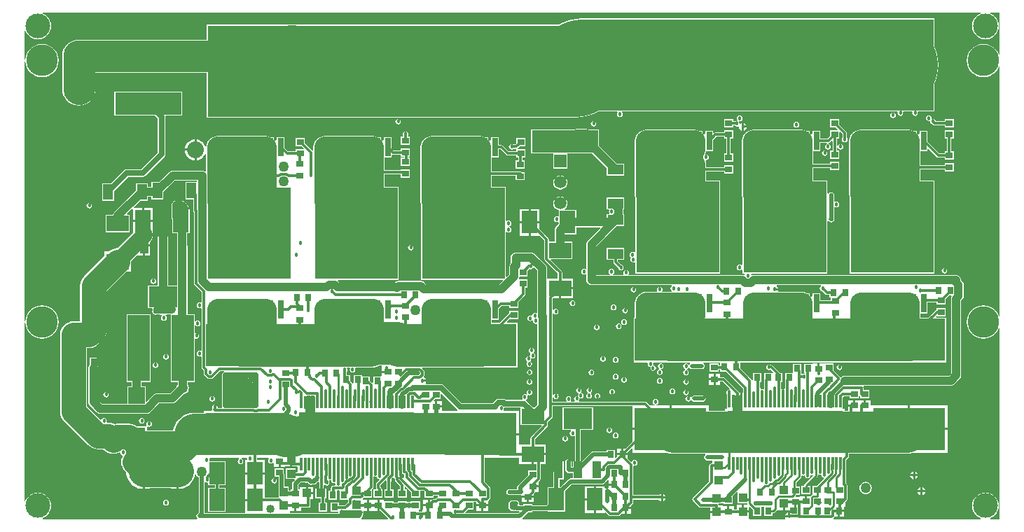
<source format=gbl>
%FSTAX23Y23*%
%MOIN*%
%SFA1B1*%

%IPPOS*%
%ADD14R,0.043310X0.039370*%
%ADD15R,0.039370X0.043310*%
%ADD16R,0.035430X0.031500*%
%ADD17R,0.031500X0.035430*%
%ADD19R,0.074800X0.106300*%
%ADD21R,0.039370X0.078740*%
%ADD22R,0.137800X0.098430*%
%ADD29R,0.106300X0.074800*%
%ADD45C,0.009840*%
%ADD46C,0.039370*%
%ADD47C,0.011810*%
%ADD48C,0.196850*%
%ADD49C,0.019690*%
%ADD50C,0.027560*%
%ADD52C,0.149610*%
%ADD54C,0.078740*%
%ADD64C,0.150000*%
%ADD65R,0.059060X0.059060*%
%ADD66C,0.059060*%
%ADD67C,0.118110*%
%ADD68C,0.018000*%
%ADD69C,0.050000*%
%ADD70C,0.022000*%
%ADD71C,0.025980*%
%ADD72C,0.023000*%
%ADD73C,0.021000*%
%ADD74C,0.025000*%
%ADD75C,0.040000*%
%ADD76C,0.020000*%
%ADD77C,0.030000*%
%ADD78C,0.080000*%
%ADD79R,0.314960X0.106300*%
%ADD80R,0.025590X0.094490*%
%ADD81R,0.397440X0.433070*%
%ADD82R,0.029530X0.089960*%
%ADD83R,0.344490X0.204720*%
%ADD84R,0.074410X0.048820*%
%ADD85R,0.048820X0.074410*%
%ADD86R,0.078740X0.078740*%
%ADD87R,0.011810X0.061020*%
%ADD88R,0.551180X0.200790*%
%ADD89R,0.106300X0.314960*%
%ADD90C,0.047240*%
%ADD91C,0.118110*%
%ADD92C,0.098430*%
%ADD93C,0.204720*%
%ADD94C,0.433070*%
%LNninja_ecu_pcb-1*%
%LPD*%
G36*
X0197Y01442D02*
X01972Y01442D01*
X01976Y0144*
X01976Y01438*
X01977Y01434*
X0198Y0143*
X01984Y01427*
X01989Y01426*
X01991Y01427*
X01995Y01425*
X01996Y01423*
X01997Y0142*
X01997Y0142*
X01994Y01415*
X01985*
X01981Y01414*
X01977Y01412*
X01975Y01408*
X01974Y01405*
Y01391*
X01962*
Y01348*
X02002*
Y01391*
X02005Y01394*
X02014*
X02017Y01391*
Y01348*
X02055*
Y01334*
X0204Y0132*
X02012*
Y01336*
X01972*
Y01293*
X02008*
X0201Y0129*
Y01284*
X01783*
X01779Y01288*
Y01296*
X018*
Y01322*
X0181*
Y01296*
X01832*
Y01312*
X01868*
X01872Y01313*
X01875Y01315*
X01877Y01318*
X01878Y01322*
Y0135*
X01891*
Y01375*
X0186*
Y0138*
X01855*
Y01409*
X01828*
Y01401*
X01826Y01397*
X01819*
Y01419*
X0183Y0143*
X01849*
X01849Y0143*
X01855Y01429*
X0186Y0143*
X0186Y0143*
X01864*
X01865Y01429*
X01865Y01429*
X01869Y01424*
X01874Y0142*
X0188Y01419*
X01885Y0142*
X01885Y0142*
X01895*
X019Y01421*
X01904Y01425*
X01908Y01429*
X01908Y0143*
X0191Y0143*
X01915Y01434*
X01915Y01434*
X0192Y01432*
Y01403*
X01901*
Y01356*
X01927*
Y01336*
X01917*
Y01293*
X01957*
Y01336*
X01947*
Y01356*
X01952*
Y01403*
X01941*
Y01418*
X01944Y01419*
X01946Y0142*
X01949Y01417*
X01955Y01416*
X0196Y01417*
X01964Y0142*
X01967Y01424*
X01968Y0143*
X01967Y01435*
X01965Y01437*
X01968Y01442*
X0197Y01442*
G37*
G36*
X04929Y02318D02*
X04929Y02317D01*
X04926Y02311*
X04926Y02305*
Y01949*
X04915Y01938*
X0442*
X04413Y01938*
X04408Y01935*
X04404Y01932*
X04404Y01932*
X044Y01932*
X04398Y01933*
X04397Y01934*
X04366Y01965*
Y01997*
X04323*
X04322Y01998*
X043*
Y01972*
X0429*
Y01998*
X04267*
Y01996*
X04227*
Y01953*
X04228*
X04229Y01952*
X04225Y01948*
X04225Y01948*
X04219Y01947*
X04219Y01947*
X04214Y01949*
Y01962*
X04213Y01966*
X04212Y01969*
Y01996*
X04172*
Y01953*
X04168Y01951*
X04137*
Y01924*
X04136Y01921*
X04135Y01917*
Y01879*
X04131Y01876*
X0413Y01876*
X04125Y01877*
X04121Y01876*
X0412Y01876*
X04116Y01879*
Y01908*
X04122*
Y01951*
X04111*
X04109Y01954*
X04077Y01987*
X04073Y01989*
X0407Y0199*
X04068*
X04065Y01992*
X0406Y01993*
X04054Y01992*
X0405Y01989*
X04047Y01985*
X04046Y0198*
X04047Y01974*
X0405Y0197*
X04054Y01967*
X0406Y01966*
X04065Y01967*
X04066Y01968*
X0408Y01955*
X04076Y01951*
X04037*
Y01923*
X04037Y01923*
X04037Y01919*
Y01877*
X04032Y01875*
X04032Y01874*
X04027Y01875*
X04025Y01875*
X04022Y01875*
X0402Y01879*
X04019Y0188*
X04017Y01883*
Y01908*
X04022*
Y01951*
X03982*
Y01918*
X03977Y01918*
X03975Y01921*
X03922Y01974*
Y02001*
X03926Y02003*
X04726*
X0473Y02003*
X04903*
Y02216*
X04856*
X04854Y02221*
X04856Y02223*
X04858Y02222*
X04901*
Y02262*
X04858*
Y02252*
X04855Y02251*
X04851Y02249*
X04818Y02216*
X0478*
Y02236*
X04813*
Y02287*
X04858*
Y02277*
X04901*
Y02304*
X0492Y02323*
X04927*
X04929Y02318*
G37*
G36*
X02877Y01787D02*
Y01704D01*
X02977*
X02979Y017*
X02927Y01648*
X02925Y01645*
X02924Y01641*
Y01612*
X02871*
X02869Y01616*
Y01655*
X02686*
Y01665*
X02869*
Y01772*
X02797*
X02795Y01777*
X02797Y01779*
X02798Y01785*
X02802Y01788*
X02873*
X02877Y01787*
G37*
G36*
X02578Y01777D02*
X02578Y01776D01*
X02576Y01772*
X02504*
X02502Y01776*
Y01787*
X02475*
Y01792*
X0247*
Y01818*
X02466*
X02464Y01822*
X02469Y01827*
X02496*
Y01852*
X02501Y01854*
X02578Y01777*
G37*
G36*
X04297Y01469D02*
X04303Y01468D01*
X04304Y01469*
X04308Y01467*
X04309Y01465*
X0431Y01462*
X04313Y01457*
X04317Y01455*
X04319Y01454*
X04321Y01449*
X04287Y01414*
X04268*
Y01375*
X04264Y01372*
X04262Y01371*
X04256Y01365*
X04256Y01365*
X0424*
Y0134*
X0423*
Y01365*
X04207*
Y01363*
X04187*
X04185Y01367*
X04186Y01368*
X04188Y01371*
X04188Y01372*
X04206*
Y01412*
X04189*
Y01431*
X04211Y01453*
X04212Y01456*
X04213Y0146*
Y01462*
X04218Y01465*
X04219Y01464*
X04224Y01463*
X04229Y01464*
X04231Y0146*
X04231Y0146*
X04234Y01456*
X04238Y01453*
X04243Y01452*
X04249Y01453*
X04253Y01456*
X04256Y0146*
X04256Y01463*
X04257Y01465*
X04261Y01467*
X04263Y01466*
X04266Y01467*
X04269Y01462*
X04228Y01422*
X04226Y01419*
X04225Y01415*
Y01414*
X04213*
Y01375*
X04256*
Y01414*
X04253*
X04251Y01419*
X04289Y01457*
X04291Y0146*
X04292Y01463*
Y01467*
X04297Y0147*
X04297Y01469*
G37*
G36*
X01679Y01542D02*
X01677Y0154D01*
X01676Y01535*
X01677Y01529*
X0168Y01525*
X01684Y01522*
X0169Y01521*
X01695Y01522*
X01697Y01524*
X01702Y01521*
Y01506*
X01725*
Y01532*
X01735*
Y01506*
X01757*
Y01508*
X0178*
Y0154*
X0179*
Y01508*
X01814*
X01816Y01504*
Y01481*
X01811Y01479*
X01808Y0148*
Y01498*
X01761*
Y01447*
X018*
X01802Y01442*
X01795Y01434*
X01791Y0143*
X0179Y01425*
Y01397*
X01783*
Y01391*
X01773*
Y01412*
X01754*
Y01467*
X01753Y01472*
X01751Y01474*
Y01497*
X01708*
Y01457*
X01725*
Y01392*
X01726Y0139*
Y01361*
X01722Y01358*
X0166*
Y01411*
Y01411*
Y01469*
X01613*
X01565*
Y01411*
X01565*
Y01411*
X01565*
Y01352*
X01613*
Y01342*
X01565*
Y01284*
X01374*
Y0143*
X01379Y01433*
X01379Y01432*
X01385Y01431*
X01385Y01431*
X0139Y01427*
Y01417*
X01422*
Y01405*
X0139*
Y0129*
X01473*
Y01405*
X01442*
Y01417*
X01473*
Y01531*
X01401*
X01397Y01536*
X01397Y01538*
X01396Y01542*
X01396Y01543*
X01399Y01547*
X01538*
X01538Y01545*
X01539Y01542*
X01535Y0154*
X01532Y01535*
X01531Y0153*
X01532Y01525*
X01535Y01521*
X01539Y01518*
X01545Y01517*
X0155Y01518*
X01554Y01521*
X01557Y01525*
X01558Y0153*
X01557Y01535*
X01554Y0154*
X0155Y01542*
X01551Y01545*
X01551Y01547*
X01573*
X01576Y01544*
X01576Y01542*
X01574Y01538*
X01573Y01537*
X01565*
Y01479*
X01613*
X0166*
Y01537*
X01623*
Y01547*
X01677*
X01679Y01542*
G37*
G36*
X02194Y01456D02*
X02194Y01456D01*
X02197Y01452*
X02201Y01449*
X02204Y01448*
X02205Y01443*
X02192Y0143*
X0219Y01427*
X02189Y01423*
Y01406*
X0219Y01402*
X02191Y01402*
X02188Y01397*
X02178*
Y01357*
X02221*
Y01397*
X02217*
Y01399*
X02216Y01402*
X02214Y01406*
X0221Y0141*
Y01419*
X02233Y01442*
X02238Y0144*
X02239Y01439*
X02241Y01436*
Y01397*
X02229*
Y01357*
X02273*
Y01397*
X02261*
Y01436*
X02263Y01439*
X02264Y01445*
X02263Y0145*
X02263Y0145*
X02268Y01454*
X02274Y01453*
X02275Y0145*
X02279Y01448*
Y01444*
X02279Y0144*
X02281Y01437*
X02304Y01414*
Y01397*
X02293*
Y01357*
X02336*
Y01397*
X02325*
Y0141*
X02329Y01412*
X02356Y01384*
Y01357*
X024*
Y01393*
X02417*
X0242Y0139*
Y01357*
X02463*
Y01367*
X02483*
Y01358*
X02483*
X02479Y01357*
X02476Y01355*
X02471Y0135*
X0246*
X02456Y01349*
X02454Y01348*
X02447*
Y01322*
X02442*
Y01317*
X02414*
Y01302*
X02411*
Y0129*
X02393*
Y01302*
X024*
Y01342*
X02356*
Y01341*
X02355Y0134*
X02351Y01338*
X02346Y01339*
X02341Y01338*
X02337Y0134*
X02336Y01341*
Y01342*
X02293*
Y01336*
X02273*
Y01342*
X02229*
X02227Y01346*
Y01348*
X02205*
Y01322*
Y01296*
X02211*
X02247Y0126*
X02245Y01256*
X02122*
X02121Y01257*
X0212Y01261*
X02123Y01264*
X02123Y01266*
X02123Y01266*
X02127Y01272*
X02129Y0128*
X02128Y01285*
X02129Y01289*
X02128Y01291*
X02132Y01296*
X02145*
Y01322*
Y01348*
X02127*
X02125Y01353*
X02125Y01353*
X0213Y01357*
X02171*
Y01397*
X02173Y01401*
X02174Y01402*
X02176Y01405*
X02177Y01409*
Y01457*
X02181Y0146*
X02182Y0146*
X02186Y01459*
X02191Y0146*
X02194Y01456*
G37*
G36*
X04308Y02366D02*
X04305Y02364D01*
X04302Y0236*
X04301Y02355*
X04302Y02349*
X04305Y02345*
X04309Y02342*
X04313Y02342*
X04327Y02327*
X04331Y02325*
X04335Y02324*
X04347*
Y02313*
X04353*
Y02297*
X04303*
Y02333*
X04266*
Y02318*
X04261Y02315*
X04261Y02315*
X04254Y02322*
X04253Y02323*
Y02333*
X04238*
X04237Y02334*
X04227Y02337*
X04217Y02338*
X04105*
X04103Y02343*
X04103Y02345*
X04085*
Y02355*
X04103*
X04102Y02357*
X04098Y02363*
X04095Y02366*
X04096Y02371*
X04306*
X04308Y02366*
G37*
G36*
X02956Y02441D02*
Y02239D01*
X02951Y02236*
X0295Y02237*
X02945Y02238*
X02939Y02237*
X02935Y02234*
X02932Y0223*
X02932Y02227*
X02927Y02224*
X02927Y02224*
X02922Y02225*
X02917Y02224*
X02913Y02221*
X0291Y02217*
X02909Y02212*
X0291Y02207*
X02913Y02203*
X02917Y022*
X02922Y02199*
X02927Y022*
X02931Y02203*
X02932Y02203*
X02937Y02202*
X02936Y022*
X02937Y02194*
X0294Y0219*
X02944Y02187*
X0295Y02186*
X02953Y02187*
X02958Y02184*
Y01803*
X02942Y01787*
X02938*
X02906Y01819*
X02903Y01821*
X02903Y01823*
X02904Y01826*
X02907Y01829*
X0291Y01833*
X02911Y01838*
X0291Y01843*
X02909Y01845*
X02913Y01848*
X02914Y01847*
X0292Y01846*
X02925Y01847*
X02929Y0185*
X02932Y01854*
X02933Y0186*
X02932Y01865*
X02929Y01869*
X02925Y01872*
X0292Y01873*
X02914Y01872*
X0291Y01869*
X02907Y01865*
X02906Y0186*
X02907Y01854*
X02908Y01853*
X02905Y01849*
X02903Y0185*
X02898Y01851*
X02893Y0185*
X02889Y01847*
X02886Y01843*
X02885Y01838*
X02886Y01833*
X02888Y01829*
X02887Y01826*
X02886Y01824*
X02808*
X02803Y01828*
X02796Y01829*
X02773*
X02766Y01828*
X02761Y01824*
X02745Y01808*
X02744Y01808*
X02598*
X02512Y01893*
X02507Y01897*
X025Y01899*
X02428*
X02425Y01904*
X02427Y01907*
X02428Y0191*
X0241*
Y0192*
X02428*
X02427Y01922*
X02423Y01928*
X0242Y0193*
X02417Y01933*
X02418Y01937*
X02419Y01937*
X02419Y01941*
Y01958*
X02419Y01962*
X02416Y01965*
X02409Y01972*
X02411Y01977*
X02686*
X02697Y01978*
X02863*
Y02191*
X02813*
X02812Y02196*
X02823Y02207*
X02866*
Y02247*
X02823*
Y02235*
X02821Y02234*
X02778Y02191*
X0274*
Y02206*
X02773*
Y02259*
X02786Y02272*
X02823*
Y02262*
X02866*
Y02289*
X02897Y0232*
X02899Y02323*
X029Y02327*
Y02357*
X02911*
Y02397*
X02873*
X02872Y02397*
X0287Y024*
X0287Y02402*
X02871Y02405*
X02872Y02412*
Y02412*
X02911*
Y02439*
X02919Y02447*
X02919Y02447*
X02925Y02446*
X0293Y02447*
X02934Y0245*
X02936Y02453*
X02942Y02455*
X02956Y02441*
G37*
G36*
X03257Y02641D02*
X03198Y02581D01*
X03194Y02576*
X03191Y02571*
X03191Y02565*
Y02449*
X03186Y02446*
X03185Y02447*
X0318Y02448*
X03174Y02447*
X0317Y02444*
X03167Y0244*
X03166Y02435*
X03167Y02429*
X0317Y02425*
X03174Y02422*
X0318Y02421*
X03185Y02422*
X03186Y02423*
X03191Y0242*
Y02395*
X03191Y02388*
X03194Y02383*
X03198Y02378*
X03203Y02374*
X03208Y02371*
X03215Y02371*
X03596*
X03598Y02366*
X03595Y02364*
X03592Y0236*
X03591Y02355*
X03592Y02349*
X03595Y02345*
X03598Y02343*
X03597Y02338*
X03553*
X03551Y02343*
X03552Y02344*
X03553Y0235*
X03552Y02355*
X03549Y02359*
X03545Y02362*
X0354Y02363*
X03534Y02362*
X0353Y02359*
X03527Y02355*
X03526Y0235*
X03527Y02344*
X03528Y02343*
X03526Y02338*
X03475*
X03464Y02337*
X03454Y02334*
X03445Y02329*
X03437Y02322*
X0343Y02314*
X03425Y02305*
X03422Y02295*
X03421Y02285*
Y02216*
X03415*
Y02003*
X03481*
X03483Y01998*
X03482Y01994*
X03483Y01989*
X03486Y01985*
X03491Y01982*
X03492Y01982*
X03496Y01981*
X03495Y01976*
X03495Y01976*
X03496Y01971*
X03499Y01966*
X03503Y01964*
X03508Y01963*
X03513Y01964*
X03518Y01966*
X0352Y01971*
X03522Y01976*
X0352Y01981*
X03518Y01985*
X03513Y01988*
X03512Y01988*
X03508Y01989*
X03509Y01994*
X03509Y01994*
X03508Y01998*
X03511Y02003*
X03587*
X03591Y02003*
X03593Y02003*
X03684*
X03684Y02002*
X03683Y01996*
X03683Y01995*
X03681Y01992*
X03676Y01992*
X03675Y01992*
X03674Y01994*
X0367Y01997*
X03665Y01998*
X03659Y01997*
X03655Y01994*
X03652Y0199*
X03651Y01985*
X03652Y01979*
X03655Y01975*
X03659Y01972*
X0366Y01972*
Y01967*
X03659Y01967*
X03655Y01964*
X03652Y0196*
X03651Y01955*
X03652Y01949*
X03655Y01945*
X03659Y01942*
X03665Y01941*
X0367Y01942*
X03674Y01945*
X03677Y01949*
X03678Y01955*
X03677Y0196*
X03674Y01964*
X0367Y01967*
X03669Y01967*
Y01972*
X0367Y01972*
X03674Y01975*
X03675Y01978*
X03681Y01978*
X03681Y01978*
X03683Y01975*
X03687Y01972*
X03693Y01971*
X0374*
X03745Y01972*
X03749Y01975*
X03753Y0198*
X03754Y01985*
X03753Y01991*
X03749Y01995*
X03749Y01996*
X03748Y02002*
X03748Y02003*
X03823*
X03827Y02001*
Y01987*
X03821*
Y01997*
X03778*
Y01957*
X03821*
Y01967*
X03827*
Y01958*
X03854*
X03936Y01877*
Y01858*
X03933*
Y01817*
X03923*
Y01858*
X03919*
X03919Y01858*
X03917Y01862*
X03849Y01929*
X03846Y01931*
X03842Y01932*
X03827*
Y01948*
X03805*
Y01922*
Y01896*
X03827*
Y01912*
X03838*
X03872Y01877*
X0387Y01873*
X0387Y01873*
X03864Y01872*
X0386Y01869*
X03857Y01865*
X03856Y0186*
X03857Y01855*
X03859Y01851*
Y01817*
X0386Y01817*
Y01783*
X03856Y0178*
X0385*
Y01773*
X03774*
Y01797*
X03596*
Y01685*
X03591*
Y0168*
X03409*
Y01626*
X03375Y01592*
X03367*
Y0157*
X03388*
Y01576*
X03404Y01593*
X03409Y01591*
Y01572*
X03574*
X0359Y01568*
X03606Y01567*
X03758*
X03758Y01565*
X03758Y01562*
X03755Y01559*
X03751Y01555*
X0375Y0155*
X03751Y01544*
X03755Y0154*
X03759Y01536*
X03765Y01535*
X0379*
Y0152*
X03785*
X03781Y01519*
X03777Y01517*
X03775Y01513*
X03774Y0151*
Y01434*
X03697Y01357*
X03695Y01353*
X03694Y0135*
X03695Y01346*
X03697Y01342*
X03725Y01314*
X03729Y01312*
X03733Y01311*
X0378*
Y01295*
X0381*
Y01285*
X0378*
Y01258*
X03776Y01256*
X02886*
X02885Y0126*
X02885Y01261*
X02912Y01288*
X02934*
Y01294*
X03007*
X03007Y01294*
Y01292*
X0309*
Y01391*
X03121Y01422*
X03265*
X0327Y01423*
X03275Y01426*
X03291Y01443*
X03296Y01441*
Y01425*
X03322*
Y01415*
X03296*
Y01407*
X03291Y01403*
X0329Y01404*
X03284Y01403*
X03282Y01401*
X03277Y01404*
Y01413*
X03235*
Y0135*
Y01286*
X03277*
X03281Y01288*
X03295Y01275*
X03298Y01273*
X03302Y01272*
X03342*
X03346Y01273*
X03349Y01275*
X03356Y01282*
X03372*
Y0131*
X03377*
Y01315*
X03403*
Y01321*
X0341Y01328*
X03412Y01331*
X03413Y01335*
Y01349*
X03533*
X03536Y01346*
X03542Y01342*
X03545Y01341*
Y0136*
Y01378*
X03542Y01377*
X03536Y01373*
X03533Y0137*
X03413*
Y01508*
X03418Y01512*
X0342Y01511*
X03425Y01512*
X03429Y01515*
X03432Y01519*
X03433Y01525*
X03432Y0153*
X03429Y01534*
X03425Y01537*
X0342Y01538*
X03414Y01537*
X0341Y01534*
X03408Y01531*
X03402Y01529*
X03388Y01544*
Y0156*
X03362*
X03336*
Y01553*
X03331Y01548*
X03327Y0155*
Y01586*
X03287*
Y01579*
X03224*
X03219Y01578*
X03214Y01574*
X03172Y01533*
X03163*
Y0168*
X03222*
Y01787*
X03076*
Y0168*
X03116*
X03117Y01675*
X03115Y01674*
X03112Y0167*
X03111Y01665*
X03112Y01659*
X03115Y01655*
X03119Y01652*
X03125Y01651*
X0313Y01652*
X0313Y01652*
X03135Y0165*
Y01533*
X03125*
Y01504*
X03119*
Y0153*
X03118Y01535*
X03114Y01539*
X0311Y01543*
X03105Y01544*
X03099Y01543*
X03095Y01539*
X03091Y01535*
X0309Y0153*
Y0149*
X03091Y01484*
X03095Y0148*
X03099Y01476*
X03105Y01475*
X03125*
Y0145*
X03115*
X0311Y01449*
X03105Y01446*
X03068Y01409*
X03063Y01411*
Y01446*
X03082*
Y01533*
X03035*
Y01482*
X03034Y0148*
Y01407*
X03007*
Y01328*
X03001Y01322*
X02934*
Y01328*
X0289*
Y01322*
X02873*
X02872Y01323*
X02869Y01327*
X0287Y01331*
X02869Y01336*
X02866Y01341*
X02861Y01344*
X02856Y01345*
X02836*
X02831Y01344*
X02826Y01341*
X02825Y01339*
X02821Y01335*
X0282Y0133*
Y0131*
X02821Y01304*
X02825Y013*
X02829Y01296*
X02835Y01295*
X02839Y01296*
X02841Y01295*
X02846Y01294*
X02851Y01295*
X02856Y01294*
X02871*
X02873Y01289*
X02868Y01284*
X02616*
X02614Y01289*
X02627Y01302*
X02654*
Y01338*
X02666*
X02668Y01335*
Y01327*
X02724*
Y01343*
X02725Y01344*
X02731Y0135*
X02733Y01353*
X02734Y01357*
Y01403*
X02733Y01407*
X02731Y0141*
X02706Y01435*
Y01547*
X02869*
X02871Y01543*
Y01517*
X0293*
Y01565*
X02935*
Y0157*
X02998*
Y01612*
X02945*
Y01637*
X03005Y01697*
X03007Y017*
X03008Y01704*
Y01718*
X03027Y01737*
X03029Y01741*
X0303Y01745*
Y01794*
X03409*
Y0169*
X03586*
Y01797*
X03523*
X03523Y01802*
X03525Y01802*
X03529Y01805*
X03532Y01809*
X03533Y01815*
X03532Y0182*
X03529Y01824*
X03525Y01827*
X0352Y01828*
X03514Y01827*
X0351Y01824*
X03507Y0182*
X03506Y01815*
X03507Y01809*
X0351Y01805*
X03514Y01802*
X03516Y01802*
X03516Y01797*
X03493*
X03478Y01812*
X03475Y01814*
X03471Y01815*
X03155*
X03153Y0182*
X03154Y0182*
X03157Y01824*
X03157Y01828*
X03158Y0183*
X03163Y01831*
X03164Y01831*
X03169Y01832*
X03174Y01835*
X03176Y01839*
X03177Y01844*
X03176Y01849*
X03174Y01854*
X03169Y01856*
X03167Y01857*
X03165Y01862*
X03167Y01864*
X03168Y0187*
X03167Y01875*
X03164Y01879*
X0316Y01882*
X03155Y01883*
X03149Y01882*
X03145Y01879*
X03142Y01875*
X03141Y0187*
X03142Y01864*
X03145Y0186*
X03149Y01857*
X03151Y01857*
X03153Y01851*
X03152Y01849*
X03151Y01846*
X0315Y01844*
X03146Y01842*
X03145Y01843*
X03139Y01842*
X03135Y01839*
X03132Y01835*
X03131Y0183*
X03132Y01824*
X03135Y0182*
X03136Y0182*
X03134Y01815*
X03116*
X03115Y01819*
X03115Y0182*
X03117Y01824*
X03118Y01829*
X03117Y01834*
X03115Y01838*
X0311Y01841*
X03105Y01842*
X031Y01841*
X03096Y01838*
X03093Y01834*
X03092Y01829*
X03093Y01824*
X03096Y0182*
X03096Y01819*
X03094Y01815*
X0303*
Y01834*
X03035Y01835*
X03037Y01832*
X03041Y01829*
X03046Y01828*
X03051Y01829*
X03055Y01832*
X03058Y01836*
X03059Y01841*
X03058Y01846*
X03055Y0185*
X03051Y01853*
X03046Y01854*
X03041Y01853*
X03037Y0185*
X03035Y01847*
X0303Y01849*
Y02234*
X03035Y02236*
X03035Y02235*
X03039Y02232*
X03045Y02231*
X0305Y02232*
X03054Y02235*
X03057Y02239*
X03058Y02245*
X03057Y0225*
X03054Y02254*
X0305Y02257*
X03045Y02258*
X03039Y02257*
X03035Y02254*
X03035Y02253*
X0303Y02255*
Y02305*
X03031Y02307*
X0306*
Y02355*
X03065*
Y0236*
X03128*
Y02402*
X03075*
Y02431*
X03074Y02435*
X03072Y02438*
X0302Y0249*
X03022Y02494*
X03122*
Y02577*
X03088*
Y02612*
X03142*
Y02646*
X03255*
X03257Y02641*
G37*
G36*
X03911Y01384D02*
Y01333D01*
X03956*
X03957Y01328*
X03954Y01324*
X0394*
Y01297*
X03964*
Y01313*
X03969Y01315*
X03982Y01301*
Y01273*
X04022*
Y01315*
X04037*
Y01273*
X04077*
Y01285*
X0408*
X04083Y01286*
X04086Y01288*
X04095Y01297*
X041Y01298*
X04125*
Y0133*
X04135*
Y01298*
X04159*
Y01311*
X0418*
Y01337*
X0419*
Y01311*
X04192*
Y0128*
X04171*
X04168Y01283*
X04162Y01287*
X0416Y01288*
Y0127*
X04155*
Y01265*
X04136*
X04137Y01262*
X04138Y01261*
X04135Y01256*
X03965*
X03964Y0126*
Y01287*
X03935*
Y01292*
X0393*
Y01324*
X03905*
Y01302*
X03892*
Y01318*
X0387*
Y01292*
X0386*
Y01318*
X03839*
Y01321*
X0382*
Y01321*
X03819Y01325*
X03818Y01326*
X03821Y01331*
X03833*
Y01333*
X03843*
Y01327*
X03886*
Y01366*
X03907Y01387*
X03911Y01384*
G37*
G36*
X05158Y03469D02*
X05153Y03468D01*
X05153Y0347*
X05146Y03484*
X05136Y03496*
X05124Y03506*
X0511Y03513*
X05095Y03517*
X0508Y03519*
X05064Y03517*
X05049Y03513*
X05035Y03506*
X05023Y03496*
X05014Y03484*
X05006Y0347*
X05002Y03455*
X05Y0344*
X05002Y03424*
X05006Y03409*
X05014Y03395*
X05023Y03383*
X05035Y03374*
X05049Y03366*
X05064Y03362*
X0508Y0336*
X05095Y03362*
X0511Y03366*
X05124Y03374*
X05136Y03383*
X05146Y03395*
X05153Y03409*
X05153Y03411*
X05158Y0341*
Y02224*
X05153Y02223*
X05153Y02225*
X05146Y02239*
X05136Y02251*
X05124Y02261*
X0511Y02268*
X05095Y02272*
X0508Y02274*
X05064Y02272*
X05049Y02268*
X05035Y02261*
X05023Y02251*
X05014Y02239*
X05006Y02225*
X05002Y0221*
X05Y02195*
X05002Y02179*
X05006Y02164*
X05014Y0215*
X05023Y02138*
X05035Y02129*
X05049Y02121*
X05064Y02117*
X0508Y02115*
X05095Y02117*
X0511Y02121*
X05124Y02129*
X05136Y02138*
X05146Y0215*
X05153Y02164*
X05153Y02166*
X05158Y02165*
Y01256*
X05113*
X05113Y01261*
X05114Y01261*
X05125Y01267*
X05134Y01275*
X05142Y01284*
X05148Y01295*
X05152Y01307*
X05153Y0132*
X05152Y01332*
X05148Y01344*
X05142Y01355*
X05134Y01364*
X05125Y01372*
X05114Y01378*
X05102Y01382*
X0509Y01383*
X05077Y01382*
X05065Y01378*
X05054Y01372*
X05045Y01364*
X05037Y01355*
X05031Y01344*
X05027Y01332*
X05026Y0132*
X05027Y01307*
X05031Y01295*
X05037Y01284*
X05045Y01275*
X05054Y01267*
X05065Y01261*
X05067Y01261*
X05066Y01256*
X04367*
X04366Y01257*
X04365Y01261*
X0437Y01266*
X04371Y01267*
X04387*
Y01295*
X04392*
Y013*
X04418*
Y01314*
X04422*
Y01338*
X04429Y01345*
X04431Y01348*
X04432Y01352*
Y01418*
X04431Y01422*
X04429Y01425*
X04427Y01427*
Y01538*
X04437Y01547*
X04439Y01551*
X0444Y01555*
Y01567*
X04712*
X04728Y01568*
X04743Y01572*
X04909*
Y0168*
X04726*
Y01685*
X04721*
Y01797*
X04544*
X04542Y01801*
Y01823*
X0452*
Y01797*
X0451*
Y01823*
X04492*
X0447*
Y01797*
X04465*
Y01792*
X04437*
Y01773*
X04421*
Y0178*
X04415*
X04411Y01783*
Y01817*
X04411Y01817*
Y01836*
X04415Y01841*
X04443*
Y01832*
X04486*
Y01841*
X04491Y01843*
X04493Y01842*
Y01832*
X04536*
Y01872*
X0451*
Y0188*
X04509Y01883*
X04507Y01886*
X04509Y01889*
X0451Y01891*
X04925*
X04931Y01891*
X04936Y01894*
X04941Y01898*
X04966Y01923*
X0497Y01928*
X04973Y01933*
X04973Y0194*
Y02295*
X04978Y023*
X04978*
X04982Y02305*
X04985Y02311*
X04985Y02317*
Y02372*
X04985Y02378*
X04982Y02384*
X04978Y02389*
X04978*
X04973Y02394*
Y02395*
X04973Y02401*
X0497Y02406*
X04966Y02411*
X04961Y02415*
X04956Y02418*
X0495Y02418*
X03986*
X0398Y02418*
X03977Y02417*
X03974Y02418*
X03972Y02422*
X03975Y02426*
X04337*
Y02674*
X04342Y02676*
X04344Y02674*
X04349Y0267*
X04355Y02669*
X0436Y0267*
X04365Y02674*
X04369Y02679*
X0437Y02685*
X04369Y0269*
X04369Y0269*
Y02704*
X04369Y02704*
X0437Y0271*
X04369Y02715*
X04369Y02715*
Y02734*
X04369Y02734*
X0437Y0274*
X04374Y02742*
X04374Y02742*
X0438Y02741*
X04385Y02742*
X04389Y02745*
X04392Y02749*
X04393Y02755*
X04392Y0276*
X04389Y02764*
X04385Y02767*
X0438Y02768*
X04374Y02767*
X04374Y02767*
X0437Y0277*
X04369Y02775*
X04369Y02775*
Y02791*
X04369Y02791*
X0437Y02797*
X04369Y02802*
X04365Y02807*
X0436Y02811*
X04355Y02812*
X04349Y02811*
X04344Y02807*
X04342Y02805*
X04337Y02807*
Y02867*
X0427*
Y02927*
X0435*
Y02917*
X04394*
Y02957*
X0435*
Y02947*
X0427*
Y03008*
X04303*
Y03047*
X04334*
X04335Y03042*
X04334Y03042*
X0433Y03039*
X04327Y03035*
X04326Y0303*
X04327Y03024*
X0433Y0302*
X04334Y03017*
X0434Y03016*
X04345Y03017*
X04349Y0302*
X04352Y03024*
X04353Y0303*
X04352Y03035*
X04349Y03039*
X04345Y03042*
X04343Y03042*
Y03047*
X04346Y03048*
X04349Y0305*
X04357Y03058*
X04362Y03056*
Y03012*
X0435*
Y02972*
X04394*
Y03012*
X04382*
Y03025*
X04387Y03026*
X04387Y03024*
X0439Y0302*
X04394Y03017*
X044Y03016*
X04405Y03017*
X04409Y0302*
X04412Y03024*
X04413Y0303*
X04412Y03035*
X04409Y03039*
X04405Y03042*
X044Y03043*
X04394Y03042*
X0439Y03039*
X04387Y03035*
X04387Y03034*
X04382Y03034*
Y03067*
X04394*
Y03099*
X04398Y03101*
X04409Y0309*
Y03073*
X04407Y0307*
X04406Y03065*
X04407Y03059*
X0441Y03055*
X04414Y03052*
X0442Y03051*
X04425Y03052*
X04429Y03055*
X04432Y03059*
X04433Y03065*
X04432Y0307*
X0443Y03073*
Y03094*
X04429Y03098*
X04427Y03102*
X04394Y03135*
Y03162*
X0435*
Y03122*
X04377*
X04388Y03111*
X04386Y03107*
X0435*
Y03079*
X04338Y03067*
X04303*
Y03106*
X04266*
Y0309*
X04261Y03087*
X04261Y03087*
X04254Y03095*
X04253Y03096*
Y03106*
X04238*
X04237Y03106*
X04227Y03109*
X04217Y0311*
X03985*
X03974Y03109*
X03964Y03106*
X03955Y03101*
X03947Y03095*
X0394Y03087*
X03935Y03077*
X03932Y03067*
X03931Y03057*
Y02797*
X03932Y02789*
Y02468*
X03927Y02465*
X03925Y02467*
X0392Y02468*
X03914Y02467*
X0391Y02464*
X03907Y0246*
X03906Y02455*
X03907Y02449*
X0391Y02445*
X03914Y02442*
X0392Y02441*
X03925Y02442*
X03927Y02444*
X03932Y02441*
Y02426*
X03942*
X03946Y02421*
X03945Y0242*
X0394Y02417*
X03939Y02418*
X03933Y02418*
X03394*
X03391Y02423*
X03392Y02424*
X03393Y0243*
X03392Y02435*
X03389Y02439*
X03385Y02442*
X0338Y02443*
X03374Y02442*
X0337Y02439*
X03367Y02435*
X03366Y0243*
X03367Y02424*
X03368Y02423*
X03365Y02418*
X03318*
X03316Y02423*
X03319Y02425*
X03322Y02429*
X03323Y02435*
X03322Y0244*
X03319Y02444*
X03315Y02447*
X0331Y02448*
X03304Y02447*
X033Y02444*
X03297Y0244*
X03296Y02435*
X03297Y02429*
X033Y02425*
X03303Y02423*
X03301Y02418*
X03238*
Y02555*
X03335Y02651*
X03371*
Y02708*
X03368*
Y0273*
X03371*
Y02787*
X03288*
Y0273*
X03297*
X03299Y02725*
X03299Y02725*
X03298Y0272*
X03299Y02714*
X033Y02713*
X03297Y02708*
X03288*
Y02693*
X03142*
Y02727*
X03087*
X03086Y02732*
X03091Y02736*
X03096Y02743*
X031Y02751*
X03101Y0276*
X031Y02768*
X03096Y02776*
X03091Y02783*
X03084Y02789*
X03076Y02792*
X03067Y02793*
X03058Y02792*
X0305Y02789*
X03043Y02783*
X03038Y02776*
X03034Y02768*
X03033Y0276*
X03034Y02751*
X03038Y02743*
X03043Y02736*
X0305Y0273*
X03055Y02728*
X03055Y02728*
X03058Y02727*
X03059Y02727*
Y027*
X03055Y02697*
X03054Y02697*
X0305Y02698*
X03044Y02697*
X0304Y02694*
X03037Y0269*
X03036Y02685*
X03037Y02679*
X0304Y02675*
X03044Y02672*
X0305Y02671*
X03054Y02672*
X03055Y02672*
X03059Y02669*
Y02662*
X03048Y0265*
X03044Y02645*
X03041Y0264*
X03041Y02633*
Y02577*
X03012*
Y02588*
X03011Y02591*
X03009Y02595*
X02967Y02636*
Y02665*
X02925*
Y02606*
X02967*
X02971Y02604*
X02991Y02583*
Y02494*
X02992Y0249*
X02994Y02487*
X03054Y02427*
Y02402*
X03003*
Y02451*
X03003Y02457*
X03Y02463*
X02996Y02468*
X02945Y02519*
X0294Y02523*
X02935Y02525*
X02928Y02526*
X02855*
X02848Y02525*
X02843Y02523*
X02838Y02519*
X02834Y02514*
X02831Y02508*
X02831Y02502*
Y02474*
X02827Y0247*
X02825Y02464*
X02824Y02458*
Y02421*
X02812Y02409*
X02807Y02411*
Y02621*
X02812Y02624*
X02814Y02622*
X0282Y02621*
X02825Y02622*
X02829Y02625*
X02832Y02629*
X02833Y02635*
X02832Y0264*
X02829Y02644*
X02825Y02647*
X02824Y02647*
Y02652*
X02825Y02652*
X02829Y02655*
X02832Y02659*
X02833Y02665*
X02832Y0267*
X02829Y02674*
X02825Y02677*
X0282Y02678*
X02814Y02677*
X02812Y02675*
X02807Y02678*
Y02837*
X0274*
Y02892*
X02853*
Y0287*
X02896*
Y02909*
X02884*
X02881Y02911*
X02877Y02912*
X0274*
Y0293*
Y02978*
X02773*
Y03017*
X02783*
X0281Y0299*
X02813Y02988*
X02817Y02987*
X02858*
Y02977*
X02867*
Y02964*
X02853*
Y02925*
X02896*
Y02964*
X02887*
Y02977*
X02901*
Y03017*
X02865*
X02863Y03022*
X02864Y03022*
X02874Y03032*
X02901*
Y03072*
X02858*
Y03045*
X02853Y0304*
X02843*
X0284Y03042*
X02835Y03043*
X02829Y03042*
X02825Y03039*
X02822Y03035*
X02821Y0303*
X02822Y03024*
X02825Y0302*
X02829Y03017*
X02835Y03016*
X0284Y03017*
X02843Y03019*
X02854*
X02857Y03017*
X02858Y03015*
Y03007*
X02821*
X02794Y03034*
X02791Y03036*
X02787Y03037*
X02773*
Y03076*
X02736*
Y0306*
X02731Y03057*
X02731Y03057*
X02724Y03065*
X02723Y03066*
Y03076*
X02708*
X02707Y03076*
X02697Y03079*
X02687Y0308*
X02455*
X02444Y03079*
X02434Y03076*
X02425Y03071*
X02417Y03065*
X0241Y03057*
X02405Y03047*
X02402Y03037*
X02401Y03027*
Y02767*
X02402Y02759*
Y02396*
X02792*
X02794Y02392*
X02776Y02373*
X02429*
X0242Y02383*
X02415Y02387*
X02409Y02389*
X02403Y0239*
X02352*
X0235Y0239*
X02348Y0239*
X02296*
X0229Y02389*
X02284Y02387*
X0228Y02383*
X02016*
X0201Y02389*
X02007Y02391*
X02009Y02396*
X02297*
Y02837*
X0223*
Y02897*
X02308*
Y02882*
X02351*
Y02922*
X02308*
Y02917*
X0223*
Y02978*
X02263*
Y02989*
X02268Y02992*
X0227Y02992*
X02308*
Y02982*
X02322*
Y02977*
X02308*
Y02937*
X02351*
Y02977*
X02342*
Y02982*
X02351*
Y03022*
X02308*
Y03012*
X02274*
X02263Y03022*
Y03076*
X02226*
Y0306*
X02221Y03057*
X02221Y03057*
X02214Y03065*
X02213Y03066*
Y03076*
X02198*
X02197Y03076*
X02187Y03079*
X02177Y0308*
X01945*
X01934Y03079*
X01924Y03076*
X01915Y03071*
X01907Y03065*
X019Y03057*
X01895Y03047*
X01892Y03037*
X01891Y03027*
Y03012*
X01889Y0301*
X01886Y0301*
X01851Y03045*
Y03072*
X01808*
Y03032*
X01835*
X01846Y03021*
X01844Y03017*
X01808*
Y03007*
X01769*
X01753Y03022*
Y03076*
X01716*
Y0306*
X01711Y03057*
X01711Y03057*
X01704Y03065*
X01703Y03066*
Y03076*
X01688*
X01687Y03076*
X01677Y03079*
X01667Y0308*
X01435*
X01424Y03079*
X01414Y03076*
X01405Y03071*
X01397Y03065*
X0139Y03057*
X01385Y03047*
X01382Y03037*
X01382Y03032*
X01376Y03032*
X01376Y03034*
X01371Y03042*
X01365Y0305*
X01357Y03056*
X01349Y03061*
X01339Y03064*
X01335Y03064*
Y03015*
Y02965*
X01339Y02965*
X01349Y02968*
X01357Y02973*
X01365Y02979*
X01371Y02987*
X01376Y02995*
X01376Y02996*
X01381Y02995*
Y02914*
X01376Y02911*
X01374Y02913*
X01368Y02915*
X01362Y02916*
X01222*
X01216Y02915*
X0121Y02913*
X01206Y02909*
X01157Y02861*
X01121*
Y02838*
X01103*
Y02856*
X01046*
Y0282*
X00943Y02716*
X00939Y02711*
X00937Y02706*
X00902*
Y02623*
X01017*
Y02706*
X01006*
X01004Y02711*
X01027Y02733*
X01032Y02731*
Y0268*
X01075*
Y02738*
X01039*
X01036Y02743*
X01067Y02773*
X01103*
Y02791*
X01121*
Y02778*
X01178*
Y02814*
X01232Y02869*
X01338*
Y02861*
X01282*
Y02778*
X01319*
Y02726*
X0132Y02722*
X01322Y02719*
X01322Y02719*
Y02562*
X01322Y0256*
Y02378*
X01323Y02374*
X01325Y02371*
X01359Y02337*
Y0229*
X01355Y02287*
X01354Y02287*
X0135Y02288*
X01344Y02287*
X0134Y02284*
X01337Y0228*
X01336Y02275*
X01337Y02269*
X0134Y02265*
X01344Y02262*
X0135Y02261*
X01354Y02262*
X01355Y02262*
X01359Y02259*
Y0206*
X01355Y02057*
X01354Y02057*
X0135Y02058*
X01344Y02057*
X0134Y02054*
X01337Y0205*
X01336Y02045*
X01337Y02039*
X0134Y02035*
X01344Y02032*
X0135Y02031*
X01354Y02032*
X01355Y02032*
X01359Y02029*
Y01978*
X0136Y01974*
X01362Y01971*
X01371Y01963*
Y01947*
X01371Y01943*
X01373Y0194*
X01385Y01928*
X01388Y01926*
X01392Y01925*
X01407*
X01411Y01926*
X01414Y01928*
X01448Y01962*
X01467*
X01468Y01957*
X01467Y01957*
X01461Y01953*
X01457Y01947*
X01456Y0194*
Y01893*
Y01846*
Y01799*
X01457Y01792*
X01458Y01789*
X01456Y01784*
X01439*
X01435Y01789*
X01435Y0179*
X01434Y01795*
X01431Y01799*
X01427Y01802*
X01422Y01803*
X01417Y01802*
X01413Y01799*
X0141Y01795*
X01409Y0179*
X0141Y01784*
X0141Y01783*
X0141Y01783*
X01409Y01779*
X0141Y01777*
X01407Y01773*
X01406Y01772*
X01369*
Y01762*
X01325*
X01308Y01761*
X01293Y01757*
X01278Y01751*
X01264Y01743*
X01252Y01732*
X01241Y0172*
X01233Y01706*
X01227Y01691*
X01224Y01679*
X01099*
Y01695*
X01104Y01698*
X01105Y01697*
X0111Y01696*
X01115Y01697*
X01119Y017*
X01122Y01704*
X01123Y0171*
X01122Y01715*
X01119Y01719*
X01115Y01722*
X0111Y01723*
X01105Y01722*
X011Y01719*
X01097Y01715*
X01096Y0171*
X01097Y01704*
X01098Y01704*
X01095Y01699*
X0105*
X0105Y01699*
X01039Y01705*
X01027Y01709*
X01014Y0171*
X00955*
X00945Y01709*
X00941Y01711*
X00929Y01715*
X00917Y01716*
X0091*
X00907Y01721*
X00908Y01725*
X00907Y0173*
X00904Y01734*
X009Y01737*
X00895Y01738*
X00889Y01737*
X00885Y01734*
X00883Y01731*
X00877Y01729*
X00813Y01794*
Y02071*
X00823*
X00836Y02072*
X00848Y02076*
X00859Y02082*
X00868Y0209*
X00889Y02111*
X00897Y0212*
X00903Y02131*
X00907Y02143*
X00908Y02156*
Y02342*
X01002Y02436*
X01023*
Y02481*
X01023Y02483*
X01023Y02485*
X0105Y02512*
X01055Y0251*
Y0251*
X0108*
Y0256*
X01085*
Y02565*
X01114*
Y02576*
X01115Y02577*
X01122Y02587*
X01127Y02597*
X01128Y02608*
Y0261*
X01127Y0262*
Y0267*
X0108*
X01032*
Y02618*
X00961Y02547*
X0096Y02547*
X00947Y02546*
X00935Y02542*
X00924Y02536*
X00918Y02531*
X00896*
Y0251*
X008Y02413*
X00792Y02404*
X00786Y02393*
X00782Y02381*
X00781Y02368*
Y02198*
X0075*
X00737Y02197*
X00725Y02193*
X00714Y02187*
X00705Y02179*
X00697Y0217*
X00691Y02159*
X00687Y02147*
X00686Y02135*
Y01768*
X00687Y01755*
X00691Y01743*
X00697Y01732*
X00705Y01723*
X0082Y01608*
X00829Y016*
X0084Y01594*
X00852Y0159*
X00865Y01589*
X0089*
X00894Y01586*
X00903Y01578*
X00914Y01572*
X00926Y01568*
X00939Y01567*
X00951Y01568*
X00963Y01572*
X00966Y01574*
X00972Y01571*
X00972Y01569*
X00975Y01565*
X00979Y01562*
X00981Y01562*
X00984Y01556*
X00982Y01553*
X00978Y01541*
X00977Y01529*
X00978Y01516*
X00982Y01504*
X00988Y01493*
X00996Y01484*
X01Y0148*
X01Y01471*
X01003Y01458*
X01009Y01446*
X01016Y01434*
X01024Y01424*
X01034Y01416*
X01046Y01409*
X01058Y01403*
X01071Y014*
X0108Y014*
Y01485*
X0109*
Y014*
X01098Y014*
X01111Y01403*
X01115Y01405*
X01214*
X01218Y01403*
X01231Y014*
X0124Y014*
Y01485*
X0125*
Y014*
X01258Y014*
X01271Y01403*
X01283Y01409*
X01295Y01416*
X01305Y01424*
X01313Y01434*
X0132Y01446*
X01326Y01458*
X01328Y01467*
X01333Y01468*
X01334Y01465*
X01339Y01459*
X01345Y01454*
X01345Y01454*
Y01288*
X01339Y01281*
X01335Y01277*
X01334Y01271*
X01335Y01266*
X01339Y01261*
X01339Y01261*
X01339Y0126*
X01338Y01256*
X00603*
X00603Y01261*
X00604Y01261*
X00615Y01267*
X00624Y01275*
X00632Y01284*
X00638Y01295*
X00642Y01307*
X00643Y0132*
X00642Y01332*
X00638Y01344*
X00632Y01355*
X00624Y01364*
X00615Y01372*
X00604Y01378*
X00592Y01382*
X0058Y01383*
X00567Y01382*
X00555Y01378*
X00544Y01372*
X00535Y01364*
X00527Y01355*
X00521Y01344*
X00521Y01343*
X00516Y01343*
Y0219*
X00521Y0219*
X00522Y02179*
X00526Y02164*
X00534Y0215*
X00543Y02138*
X00555Y02129*
X00569Y02121*
X00584Y02117*
X006Y02115*
X00615Y02117*
X0063Y02121*
X00644Y02129*
X00656Y02138*
X00666Y0215*
X00673Y02164*
X00677Y02179*
X00679Y02195*
X00677Y0221*
X00673Y02225*
X00666Y02239*
X00656Y02251*
X00644Y02261*
X0063Y02268*
X00615Y02272*
X006Y02274*
X00584Y02272*
X00569Y02268*
X00555Y02261*
X00543Y02251*
X00534Y02239*
X00526Y02225*
X00522Y0221*
X00521Y02199*
X00516Y02199*
Y03435*
X00521Y03435*
X00522Y03424*
X00526Y03409*
X00534Y03395*
X00543Y03383*
X00555Y03374*
X00569Y03366*
X00584Y03362*
X006Y0336*
X00615Y03362*
X0063Y03366*
X00644Y03374*
X00656Y03383*
X00666Y03395*
X00673Y03409*
X00677Y03424*
X00679Y0344*
X00677Y03455*
X00673Y0347*
X00666Y03484*
X00656Y03496*
X00644Y03506*
X0063Y03513*
X00615Y03517*
X006Y03519*
X00584Y03517*
X00569Y03513*
X00555Y03506*
X00543Y03496*
X00534Y03484*
X00526Y0347*
X00522Y03455*
X00521Y03444*
X00516Y03444*
Y03581*
X00521Y03582*
X00521Y0358*
X00527Y03569*
X00535Y0356*
X00544Y03552*
X00555Y03546*
X00567Y03542*
X0058Y03541*
X00592Y03542*
X00604Y03546*
X00615Y03552*
X00624Y0356*
X00632Y03569*
X00638Y0358*
X00642Y03592*
X00643Y03605*
X00642Y03617*
X00638Y03629*
X00632Y0364*
X00624Y03649*
X00615Y03657*
X00604Y03663*
X00603Y03663*
X00603Y03668*
X05066*
X05067Y03663*
X05065Y03663*
X05054Y03657*
X05045Y03649*
X05037Y0364*
X05031Y03629*
X05027Y03617*
X05026Y03605*
X05027Y03592*
X05031Y0358*
X05037Y03569*
X05045Y0356*
X05054Y03552*
X05065Y03546*
X05077Y03542*
X0509Y03541*
X05102Y03542*
X05114Y03546*
X05125Y03552*
X05134Y0356*
X05142Y03569*
X05148Y0358*
X05152Y03592*
X05153Y03605*
X05152Y03617*
X05148Y03629*
X05142Y0364*
X05134Y03649*
X05125Y03657*
X05114Y03663*
X05113Y03663*
X05113Y03668*
X05158*
Y03469*
G37*
G36*
X02218Y01983D02*
X02218Y01983D01*
X02217*
Y01962*
X02245*
Y01952*
X02217*
Y0194*
X02214Y01936*
X02175*
Y01908*
X0217Y01906*
X02159Y01916*
Y01936*
X02122*
Y01941*
X02082*
Y01905*
X02078Y01902*
X02077Y01902*
X02075Y01905*
X02067Y01914*
Y01941*
X0205*
Y01958*
X02052Y01962*
X02053Y01967*
X02052Y01972*
X02051Y01973*
X02054Y01978*
X02063*
X02065Y01973*
X02065Y01973*
X02064Y01968*
X02065Y01963*
X02068Y01959*
X02072Y01956*
X02077Y01955*
X02083Y01956*
X02087Y01959*
X0209Y01963*
X02091Y01968*
X0209Y01973*
X0209Y01973*
X02092Y01978*
X0216*
X02177Y01979*
X02193Y01983*
X02205Y01988*
X02215*
X02218Y01983*
G37*
%LNninja_ecu_pcb-2*%
%LPC*%
G36*
X01891Y01409D02*
X01865D01*
Y01385*
X01891*
Y01409*
G37*
G36*
X04395Y01993D02*
X04389Y01992D01*
X04385Y01989*
X04382Y01985*
X04381Y0198*
X04382Y01974*
X04385Y0197*
X04389Y01967*
X04395Y01966*
X044Y01967*
X04404Y0197*
X04407Y01974*
X04408Y0198*
X04407Y01985*
X04404Y01989*
X044Y01992*
X04395Y01993*
G37*
G36*
X02502Y01818D02*
X0248D01*
Y01797*
X02502*
Y01818*
G37*
G36*
X01705Y01453D02*
X01699Y01452D01*
X01695Y01449*
X01692Y01445*
X01691Y0144*
X01692Y01434*
X01695Y0143*
X01699Y01427*
X01705Y01426*
X0171Y01427*
X01714Y0143*
X01717Y01434*
X01718Y0144*
X01717Y01445*
X01714Y01449*
X0171Y01452*
X01705Y01453*
G37*
G36*
X02437Y01348D02*
X02414D01*
Y01327*
X02437*
Y01348*
G37*
G36*
X02195D02*
X02155D01*
Y01322*
Y01296*
X02195*
Y01322*
Y01348*
G37*
G36*
X0292Y01923D02*
X02914Y01922D01*
X0291Y01919*
X02907Y01915*
X02906Y0191*
X02907Y01904*
X0291Y019*
X02914Y01897*
X0292Y01896*
X02925Y01897*
X02929Y019*
X02932Y01904*
X02933Y0191*
X02932Y01915*
X02929Y01919*
X02925Y01922*
X0292Y01923*
G37*
G36*
X02921Y01969D02*
X02916Y01968D01*
X02912Y01965*
X02909Y01961*
X02908Y01956*
X02909Y01951*
X02912Y01947*
X02916Y01944*
X02921Y01943*
X02926Y01944*
X0293Y01947*
X02933Y01951*
X02934Y01956*
X02933Y01961*
X0293Y01965*
X02926Y01968*
X02921Y01969*
G37*
G36*
X0293Y02073D02*
X02924Y02072D01*
X0292Y02069*
X02917Y02065*
X02916Y0206*
X02917Y02054*
X0292Y0205*
X02923Y02048*
X02924Y02045*
X02924Y02042*
X02922Y0204*
X02922Y02036*
X02921Y02034*
X02917Y02032*
X02915Y02033*
X02909Y02032*
X02905Y02029*
X02902Y02025*
X02901Y0202*
X02902Y02014*
X02905Y0201*
X02907Y02009*
X02909Y02005*
X02908Y02003*
X02906Y02001*
X02905Y01995*
X02906Y0199*
X02909Y01986*
X02913Y01983*
X02919Y01982*
X02924Y01983*
X02928Y01986*
X02931Y0199*
X02932Y01995*
X02931Y02001*
X02928Y02005*
X02926Y02006*
X02924Y02009*
X02925Y02012*
X02927Y02014*
X02927Y02018*
X02928Y0202*
X02932Y02022*
X02935Y02021*
X0294Y02022*
X02944Y02025*
X02947Y02029*
X02948Y02035*
X02947Y0204*
X02944Y02044*
X02941Y02046*
X0294Y02049*
X0294Y02052*
X02942Y02054*
X02943Y0206*
X02942Y02065*
X02939Y02069*
X02935Y02072*
X0293Y02073*
G37*
G36*
X03665Y01873D02*
X03659Y01872D01*
X03655Y01869*
X03652Y01865*
X03651Y0186*
X03652Y01854*
X03655Y0185*
X03659Y01847*
X03665Y01846*
X0367Y01847*
X03674Y0185*
X03677Y01854*
X03678Y0186*
X03677Y01865*
X03674Y01869*
X0367Y01872*
X03665Y01873*
G37*
G36*
X03357Y01592D02*
X03336D01*
Y0157*
X03357*
Y01592*
G37*
G36*
X03745Y01844D02*
X03702D01*
X03697Y01843*
X03692Y01839*
X03691Y01837*
X03685Y01837*
X03684Y01839*
X0368Y01842*
X03675Y01843*
X03669Y01842*
X03665Y01839*
X03662Y01835*
X03661Y0183*
X03662Y01824*
X03665Y0182*
X03669Y01817*
X03675Y01816*
X0368Y01817*
X03684Y0182*
X03685Y01822*
X03691Y01822*
X03692Y0182*
X03697Y01816*
X03702Y01815*
X03745*
X0375Y01816*
X03754Y0182*
X03758Y01824*
X03759Y0183*
X03758Y01835*
X03754Y01839*
X0375Y01843*
X03745Y01844*
G37*
G36*
X03313Y01876D02*
X03308Y01875D01*
X03304Y01872*
X03301Y01868*
X033Y01863*
X03301Y01858*
X03304Y01854*
X03308Y01851*
X03313Y0185*
X03318Y01851*
X03322Y01854*
X03325Y01858*
X03326Y01863*
X03325Y01868*
X03322Y01872*
X03318Y01875*
X03313Y01876*
G37*
G36*
X036Y01878D02*
X03594Y01877D01*
X0359Y01874*
X03587Y0187*
X03586Y01865*
X03587Y01859*
X0359Y01855*
X03594Y01852*
X036Y01851*
X03605Y01852*
X03609Y01855*
X03612Y01859*
X03613Y01865*
X03612Y0187*
X03609Y01874*
X03605Y01877*
X036Y01878*
G37*
G36*
X03795Y01917D02*
X03772D01*
Y01896*
X03795*
Y01917*
G37*
G36*
X03243Y01856D02*
X03238Y01855D01*
X03234Y01852*
X03231Y01848*
X0323Y01843*
X03231Y01838*
X03234Y01834*
X03238Y01831*
X03243Y0183*
X03248Y01831*
X03252Y01834*
X03255Y01838*
X03256Y01843*
X03255Y01848*
X03252Y01852*
X03248Y01855*
X03243Y01856*
G37*
G36*
X0333Y01668D02*
X03324Y01667D01*
X0332Y01664*
X03317Y0166*
X03316Y01655*
X03317Y01649*
X0332Y01645*
X03324Y01642*
X0333Y01641*
X03335Y01642*
X03339Y01645*
X03342Y01649*
X03343Y01655*
X03342Y0166*
X03339Y01664*
X03335Y01667*
X0333Y01668*
G37*
G36*
X0309Y01653D02*
X03084Y01652D01*
X0308Y01649*
X03077Y01645*
X03076Y0164*
X03077Y01634*
X0308Y0163*
X03084Y01627*
X0309Y01626*
X03095Y01627*
X03099Y0163*
X03102Y01634*
X03103Y0164*
X03102Y01645*
X03099Y01649*
X03095Y01652*
X0309Y01653*
G37*
G36*
X033Y01693D02*
X03294Y01692D01*
X0329Y01689*
X03287Y01685*
X03286Y0168*
X03287Y01674*
X0329Y0167*
X03294Y01667*
X033Y01666*
X03305Y01667*
X03309Y0167*
X03312Y01674*
X03313Y0168*
X03312Y01685*
X03309Y01689*
X03305Y01692*
X033Y01693*
G37*
G36*
X03205Y01883D02*
X03199Y01882D01*
X03195Y01879*
X03192Y01875*
X03191Y0187*
X03192Y01864*
X03195Y0186*
X03196Y0186*
Y01854*
X03194Y01853*
X03191Y01849*
X0319Y01844*
X03191Y01838*
X03194Y01834*
X03198Y01831*
X03204Y0183*
X03209Y01831*
X03213Y01834*
X03216Y01838*
X03217Y01844*
X03216Y01849*
X03213Y01853*
X03213Y01853*
Y01859*
X03214Y0186*
X03217Y01864*
X03218Y0187*
X03217Y01875*
X03214Y01879*
X0321Y01882*
X03205Y01883*
G37*
G36*
X03568Y01355D02*
X03555D01*
Y01341*
X03557Y01342*
X03563Y01346*
X03567Y01352*
X03568Y01355*
G37*
G36*
X0294Y01358D02*
X02917D01*
Y01337*
X0294*
Y01358*
G37*
G36*
X02907D02*
X02884D01*
Y01337*
X02907*
Y01358*
G37*
G36*
X03403Y01305D02*
X03382D01*
Y01282*
X03403*
Y01305*
G37*
G36*
X02724Y01317D02*
X02701D01*
Y01296*
X02724*
Y01317*
G37*
G36*
X02691D02*
X02668D01*
Y01296*
X02691*
Y01317*
G37*
G36*
X03225Y01345D02*
X03182D01*
Y01286*
X03225*
Y01345*
G37*
G36*
Y01413D02*
X03182D01*
Y01355*
X03225*
Y01413*
G37*
G36*
X02998Y0156D02*
X0294D01*
Y01517*
X02952*
Y01487*
X02913*
Y01465*
X02865Y01417*
X02861Y01412*
X0286Y01407*
Y01399*
X02855*
X02852Y01399*
X02849Y01399*
X02828*
X02825Y01399*
X02819Y01398*
X02814Y01395*
X02811Y0139*
X0281Y01385*
X02811Y01379*
X02814Y01374*
X02819Y01371*
X02825Y0137*
X02828Y0137*
X02849*
X02852Y0137*
X02855Y0137*
X0288*
X0288Y01371*
X02883Y01368*
X02912*
X0294*
Y01377*
X02942Y01378*
X02944Y01382*
X02945Y01386*
Y01386*
X02962*
Y01407*
X02935*
Y01417*
X02962*
Y01433*
X02969Y0144*
X02971Y01443*
X02972Y01447*
Y01517*
X02998*
Y0156*
G37*
G36*
X03555Y01378D02*
Y01365D01*
X03568*
X03567Y01367*
X03563Y01373*
X03557Y01377*
X03555Y01378*
G37*
G36*
X03545Y01998D02*
X03539Y01997D01*
X03535Y01994*
X03532Y0199*
X03531Y01985*
X03532Y01979*
X03535Y01975*
X03537Y01974*
X03536Y01969*
X03534Y01968*
X0353Y01965*
X03527Y01961*
X03526Y01956*
X03527Y01951*
X0353Y01947*
X03534Y01944*
X0354Y01943*
X03545Y01944*
X03549Y01947*
X03552Y01951*
X03553Y01956*
X03552Y01961*
X03549Y01965*
X03547Y01967*
X03548Y01972*
X0355Y01972*
X03554Y01975*
X03557Y01979*
X03558Y01985*
X03557Y0199*
X03554Y01994*
X0355Y01997*
X03545Y01998*
G37*
G36*
X0327Y02033D02*
X03264Y02032D01*
X0326Y02029*
X03257Y02025*
X03256Y0202*
X03257Y02014*
X0326Y0201*
X03264Y02007*
X0327Y02006*
X03275Y02007*
X03279Y0201*
X03282Y02014*
X03283Y0202*
X03282Y02025*
X03279Y02029*
X03275Y02032*
X0327Y02033*
G37*
G36*
X0333Y02028D02*
X03324Y02027D01*
X0332Y02024*
X03317Y0202*
X03316Y02015*
X03317Y02009*
X0332Y02005*
X03324Y02002*
X0333Y02001*
X03335Y02002*
X03339Y02005*
X03342Y02009*
X03343Y02015*
X03342Y0202*
X03339Y02024*
X03335Y02027*
X0333Y02028*
G37*
G36*
X0337Y01933D02*
X03364Y01932D01*
X0336Y01929*
X03357Y01925*
X03356Y0192*
X03357Y01914*
X0336Y0191*
X03364Y01907*
X0337Y01906*
X03375Y01907*
X03379Y0191*
X03382Y01914*
X03383Y0192*
X03382Y01925*
X03379Y01929*
X03375Y01932*
X0337Y01933*
G37*
G36*
X0354Y01928D02*
X03534Y01927D01*
X0353Y01924*
X03527Y0192*
X03526Y01915*
X03527Y01909*
X0353Y01905*
X03534Y01902*
X0354Y01901*
X03545Y01902*
X03549Y01905*
X03552Y01909*
X03553Y01915*
X03552Y0192*
X03549Y01924*
X03545Y01927*
X0354Y01928*
G37*
G36*
X03665Y01923D02*
X03659Y01922D01*
X03655Y01919*
X03652Y01915*
X03651Y0191*
X03652Y01904*
X03655Y019*
X03659Y01897*
X03665Y01896*
X0367Y01897*
X03674Y019*
X03677Y01904*
X03678Y0191*
X03677Y01915*
X03674Y01919*
X0367Y01922*
X03665Y01923*
G37*
G36*
X03215Y01968D02*
X03209Y01967D01*
X03205Y01964*
X03202Y0196*
X03201Y01955*
X03202Y01949*
X03205Y01945*
X03209Y01942*
X03215Y01941*
X0322Y01942*
X03224Y01945*
X03227Y01949*
X03228Y01955*
X03227Y0196*
X03224Y01964*
X0322Y01967*
X03215Y01968*
G37*
G36*
X03795Y01948D02*
X03772D01*
Y01927*
X03795*
Y01948*
G37*
G36*
X0333Y01948D02*
X03324Y01947D01*
X0332Y01944*
X03317Y0194*
X03316Y01935*
X03317Y01929*
X0332Y01925*
X03324Y01922*
X0333Y01921*
X03335Y01922*
X03339Y01925*
X03342Y01929*
X03343Y01935*
X03342Y0194*
X03339Y01944*
X03335Y01947*
X0333Y01948*
G37*
G36*
X03415Y02363D02*
X03409Y02362D01*
X03405Y02359*
X03402Y02355*
X03401Y0235*
X03402Y02344*
X03405Y0234*
X03409Y02337*
X03415Y02336*
X0342Y02337*
X03424Y0234*
X03427Y02344*
X03428Y0235*
X03427Y02355*
X03424Y02359*
X0342Y02362*
X03415Y02363*
G37*
G36*
X03128Y0235D02*
X0307D01*
Y02307*
X03128*
Y0235*
G37*
G36*
X03125Y02298D02*
X03119Y02297D01*
X03115Y02294*
X03112Y0229*
X03111Y02285*
X03112Y02279*
X03115Y02275*
X03119Y02272*
X03125Y02271*
X0313Y02272*
X03134Y02275*
X03137Y02279*
X03138Y02285*
X03137Y0229*
X03134Y02294*
X0313Y02297*
X03125Y02298*
G37*
G36*
X03345Y02188D02*
X03339Y02187D01*
X03335Y02184*
X03332Y0218*
X03331Y02175*
X03332Y02169*
X03335Y02165*
X03339Y02162*
X03345Y02161*
X0335Y02162*
X03354Y02165*
X03357Y02169*
X03358Y02175*
X03357Y0218*
X03354Y02184*
X0335Y02187*
X03345Y02188*
G37*
G36*
X0324Y02183D02*
X03234Y02182D01*
X0323Y02179*
X03227Y02175*
X03226Y0217*
X03227Y02164*
X0323Y0216*
X03234Y02157*
X0324Y02156*
X03245Y02157*
X03249Y0216*
X03252Y02164*
X03253Y0217*
X03252Y02175*
X03249Y02179*
X03245Y02182*
X0324Y02183*
G37*
G36*
X0332Y02278D02*
X03314Y02277D01*
X0331Y02274*
X03307Y0227*
X03306Y02265*
X03307Y02259*
X0331Y02255*
X03314Y02252*
X0332Y02251*
X03325Y02252*
X03329Y02255*
X03332Y02259*
X03333Y02265*
X03332Y0227*
X03329Y02274*
X03325Y02277*
X0332Y02278*
G37*
G36*
X03375Y02263D02*
X03369Y02262D01*
X03365Y02259*
X03362Y02255*
X03361Y0225*
X03362Y02244*
X03365Y0224*
X03369Y02237*
X03375Y02236*
X0338Y02237*
X03384Y0224*
X03387Y02244*
X03388Y0225*
X03387Y02255*
X03384Y02259*
X0338Y02262*
X03375Y02263*
G37*
G36*
X0337Y02208D02*
X03364Y02207D01*
X0336Y02204*
X03357Y022*
X03356Y02195*
X03357Y02189*
X0336Y02185*
X03364Y02182*
X0337Y02181*
X03375Y02182*
X03379Y02185*
X03382Y02189*
X03383Y02195*
X03382Y022*
X03379Y02204*
X03375Y02207*
X0337Y02208*
G37*
G36*
X0415Y01288D02*
X04147Y01287D01*
X04141Y01283*
X04137Y01277*
X04136Y01275*
X0415*
Y01288*
G37*
G36*
X00905Y01863D02*
X00899Y01862D01*
X00895Y01859*
X00892Y01855*
X00891Y0185*
X00892Y01844*
X00895Y0184*
X00899Y01837*
X00905Y01836*
X0091Y01837*
X00914Y0184*
X00917Y01844*
X00918Y0185*
X00917Y01855*
X00914Y01859*
X0091Y01862*
X00905Y01863*
G37*
G36*
X04755Y01483D02*
Y0147D01*
X04768*
X04767Y01472*
X04763Y01478*
X04757Y01482*
X04755Y01483*
G37*
G36*
X01075Y01738D02*
X01069Y01737D01*
X01065Y01734*
X01062Y0173*
X01061Y01725*
X01062Y01719*
X01065Y01715*
X01069Y01712*
X01075Y01711*
X0108Y01712*
X01084Y01715*
X01087Y01719*
X01088Y01725*
X01087Y0173*
X01084Y01734*
X0108Y01737*
X01075Y01738*
G37*
G36*
X0446Y01823D02*
X04437D01*
Y01802*
X0446*
Y01823*
G37*
G36*
X0141Y01843D02*
X01404Y01842D01*
X014Y01839*
X01397Y01835*
X01396Y0183*
X01397Y01824*
X014Y0182*
X01404Y01817*
X0141Y01816*
X01415Y01817*
X01419Y0182*
X01422Y01824*
X01423Y0183*
X01422Y01835*
X01419Y01839*
X01415Y01842*
X0141Y01843*
G37*
G36*
X04731Y01797D02*
Y0169D01*
X04909*
Y01797*
X04731*
G37*
G36*
X0119Y01348D02*
X01184Y01347D01*
X0118Y01344*
X01177Y0134*
X01176Y01335*
X01177Y01329*
X0118Y01325*
X01184Y01322*
X0119Y01321*
X01195Y01322*
X01199Y01325*
X01202Y01329*
X01203Y01335*
X01202Y0134*
X01199Y01344*
X01195Y01347*
X0119Y01348*
G37*
G36*
X04418Y0129D02*
X04397D01*
Y01267*
X04418*
Y0129*
G37*
G36*
X0479Y01408D02*
Y01395D01*
X04803*
X04802Y01397*
X04798Y01403*
X04792Y01407*
X0479Y01408*
G37*
G36*
X04745Y01483D02*
X04742Y01482D01*
X04736Y01478*
X04732Y01472*
X04731Y0147*
X04745*
Y01483*
G37*
G36*
X04768Y0146D02*
X04755D01*
Y01446*
X04757Y01447*
X04763Y01451*
X04767Y01457*
X04768Y0146*
G37*
G36*
X04745D02*
X04731D01*
X04732Y01457*
X04736Y01451*
X04742Y01447*
X04745Y01446*
Y0146*
G37*
G36*
X04803Y01385D02*
X0479D01*
Y01371*
X04792Y01372*
X04798Y01376*
X04802Y01382*
X04803Y01385*
G37*
G36*
X0478D02*
X04766D01*
X04767Y01382*
X04771Y01376*
X04777Y01372*
X0478Y01371*
Y01385*
G37*
G36*
Y01408D02*
X04777Y01407D01*
X04771Y01403*
X04767Y01397*
X04766Y01395*
X0478*
Y01408*
G37*
G36*
X0452Y01434D02*
X04512Y01433D01*
X04505Y0143*
X04499Y01425*
X04494Y01419*
X04491Y01412*
X0449Y01405*
X04491Y01397*
X04494Y0139*
X04499Y01384*
X04505Y01379*
X04512Y01376*
X0452Y01375*
X04527Y01376*
X04534Y01379*
X0454Y01384*
X04545Y0139*
X04548Y01397*
X04549Y01405*
X04548Y01412*
X04545Y01419*
X0454Y01425*
X04534Y0143*
X04527Y01433*
X0452Y01434*
G37*
G36*
X03067Y02893D02*
X03058Y02892D01*
X0305Y02889*
X03043Y02883*
X03038Y02876*
X03034Y02868*
X03033Y0286*
X03034Y02851*
X03038Y02843*
X03043Y02836*
X0305Y0283*
X03058Y02827*
X03067Y02826*
X03076Y02827*
X03084Y0283*
X03091Y02836*
X03096Y02843*
X031Y02851*
X03101Y0286*
X031Y02868*
X03096Y02876*
X03091Y02883*
X03084Y02889*
X03076Y02892*
X03067Y02893*
G37*
G36*
X01266Y03292D02*
X00943D01*
Y03178*
X01136*
X01151Y03163*
Y03001*
X01072Y02922*
X01003*
X00996Y02921*
X0099Y02917*
X00929Y02856*
X00885*
Y02773*
X00942*
Y02817*
X01011Y02886*
X0108*
X01086Y02887*
X01092Y02891*
X01182Y02981*
X01186Y02987*
X01188Y02994*
Y0317*
X01187Y03173*
X01191Y03178*
X01266*
Y03292*
G37*
G36*
X00825Y02763D02*
X00819Y02762D01*
X00815Y02759*
X00812Y02755*
X00811Y0275*
X00812Y02744*
X00815Y0274*
X00819Y02737*
X00825Y02736*
X0083Y02737*
X00834Y0274*
X00837Y02744*
X00838Y0275*
X00837Y02755*
X00834Y02759*
X0083Y02762*
X00825Y02763*
G37*
G36*
X01325Y0301D02*
X0128D01*
X0128Y03005*
X01283Y02995*
X01288Y02987*
X01294Y02979*
X01302Y02973*
X0131Y02968*
X0132Y02965*
X01325Y02965*
Y0301*
G37*
G36*
X03707Y0311D02*
X03475D01*
X03464Y03109*
X03454Y03106*
X03445Y03101*
X03437Y03095*
X0343Y03087*
X03425Y03077*
X03422Y03067*
X03421Y03057*
Y02797*
X03422Y02789*
Y02528*
X03417Y02525*
X03415Y02527*
X0341Y02528*
X03404Y02527*
X034Y02524*
X03397Y0252*
X03396Y02515*
X03397Y02509*
X034Y02505*
X03403Y02503*
Y02502*
X03401Y02498*
X034Y02493*
X03401Y02487*
X03403Y02483*
X03408Y0248*
X03413Y02479*
X03417Y0248*
X03422Y02477*
Y02426*
X03827*
Y02867*
X0376*
Y02912*
X03845*
Y02902*
X03889*
Y02942*
X03845*
Y02932*
X0376*
Y02944*
X03759Y02955*
X03757Y02962*
X03758Y02963*
X03761Y02966*
X03765Y02967*
X03769Y0297*
X03772Y02974*
X03773Y0298*
X03772Y02985*
X03769Y02989*
X03765Y02992*
X03761Y02993*
X03758Y02996*
X03757Y02997*
X03759Y03004*
X03759Y03008*
X03793*
Y03061*
X03809Y03077*
X03845*
Y03067*
X03857*
Y02997*
X03845*
Y02957*
X03889*
Y02997*
X03877*
Y03067*
X03889*
Y03107*
X03845*
Y03097*
X03804*
X03801Y03096*
X03798Y03095*
X03793Y03096*
Y03106*
X03756*
Y0309*
X03751Y03087*
X03751Y03087*
X03744Y03095*
X03743Y03096*
Y03106*
X03728*
X03727Y03106*
X03717Y03109*
X03707Y0311*
G37*
G36*
X03189Y03114D02*
X03145D01*
X03134Y03113*
X03131Y03112*
X02928*
Y02998*
X03033*
X03033Y02993*
Y02993*
Y02926*
X03101*
Y02993*
Y02993*
X03101Y02998*
X03218*
X03288Y02928*
Y02891*
X03371*
Y02948*
X03336*
X03251Y03033*
Y03112*
X03202*
X03199Y03113*
X03189Y03114*
G37*
G36*
X02915Y02665D02*
X02872D01*
Y02606*
X02915*
Y02665*
G37*
G36*
X02355Y02563D02*
X02349Y02562D01*
X02345Y02559*
X02342Y02555*
X02341Y0255*
X02342Y02544*
X02345Y0254*
X02349Y02537*
X02355Y02536*
X0236Y02537*
X02364Y0254*
X02367Y02544*
X02368Y0255*
X02367Y02555*
X02364Y02559*
X0236Y02562*
X02355Y02563*
G37*
G36*
X01114Y02555D02*
X0109D01*
Y0251*
X01114*
Y02555*
G37*
G36*
X01127Y02738D02*
X01085D01*
Y0268*
X01127*
Y02738*
G37*
G36*
X02967Y02733D02*
X02925D01*
Y02675*
X02967*
Y02733*
G37*
G36*
X02915D02*
X02872D01*
Y02675*
X02915*
Y02733*
G37*
G36*
X04727Y0311D02*
X04495D01*
X04484Y03109*
X04474Y03106*
X04465Y03101*
X04457Y03095*
X0445Y03087*
X04445Y03077*
X04442Y03067*
X04441Y03057*
Y02802*
X04442Y02795*
Y02426*
X04847*
Y02867*
X0478*
Y02922*
X04895*
Y02912*
X04939*
Y02952*
X04895*
Y02942*
X0478*
Y03008*
X04813*
Y03017*
X04818Y03019*
X04857Y0298*
X04861Y02978*
X04865Y02977*
X04895*
Y02967*
X04939*
Y03007*
X04927*
Y03067*
X04939*
Y03107*
X04895*
Y03067*
X04907*
Y03007*
X04895*
Y02997*
X04869*
X04813Y03052*
Y03106*
X04776*
Y0309*
X04771Y03087*
X04771Y03087*
X04764Y03095*
X04763Y03096*
Y03106*
X04748*
X04747Y03106*
X04737Y03109*
X04727Y0311*
G37*
G36*
X02295Y03163D02*
X02289Y03162D01*
X02285Y03159*
X02282Y03155*
X02281Y0315*
X02282Y03144*
X02285Y0314*
X02289Y03137*
X02295Y03136*
X023Y03137*
X02304Y0314*
X02307Y03144*
X02308Y0315*
X02307Y03155*
X02304Y03159*
X023Y03162*
X02295Y03163*
G37*
G36*
X0394Y03143D02*
Y0313D01*
X03953*
X03952Y03132*
X03948Y03138*
X03942Y03142*
X0394Y03143*
G37*
G36*
X03225Y03153D02*
X03219Y03152D01*
X03215Y03149*
X03212Y03145*
X03211Y0314*
X03212Y03134*
X03215Y0313*
X03219Y03127*
X03225Y03126*
X0323Y03127*
X03234Y0313*
X03237Y03134*
X03238Y0314*
X03237Y03145*
X03234Y03149*
X0323Y03152*
X03225Y03153*
G37*
G36*
X04645Y0364D02*
X03169D01*
X03144Y03639*
X0312Y03634*
X03096Y03628*
X03073Y03618*
X03059Y0361*
X01796*
X0179Y0361*
X01777Y0361*
X01382*
Y03539*
X00777*
X00775Y03539*
X00759Y03537*
X00744Y03533*
X0073Y03526*
X00718Y03516*
X00709Y03504*
X00701Y0349*
X00697Y03475*
X00695Y0346*
X00695Y03457*
Y03307*
X00695Y03305*
X00697Y03289*
X00701Y03274*
X00709Y0326*
X00718Y03248*
X0073Y03239*
X00744Y03231*
X00759Y03227*
X00775Y03225*
X0079Y03227*
X00805Y03231*
X00819Y03239*
X00831Y03248*
X00841Y0326*
X00848Y03274*
X00852Y03289*
X00854Y03305*
X00854Y03307*
Y0338*
X01382*
Y03169*
X01784*
X0179Y03168*
X03139*
X03164Y0317*
X03188Y03174*
X03212Y03181*
X03235Y0319*
X0325Y03198*
X03338*
X03339Y03196*
X0334Y03193*
X03337Y0319*
X03336Y03185*
X03337Y03179*
X0334Y03175*
X03344Y03172*
X0335Y03171*
X03355Y03172*
X03359Y03175*
X03362Y03179*
X03363Y03185*
X03362Y0319*
X03359Y03193*
X0336Y03196*
X03361Y03198*
X04645*
X04651Y03199*
X04669*
X04672Y03194*
X04671Y0319*
X04672Y03184*
X04675Y0318*
X04679Y03177*
X04685Y03176*
X0469Y03177*
X04694Y0318*
X04697Y03184*
X04698Y0319*
X04697Y03194*
X047Y03199*
X04739*
X04742Y03194*
X04741Y0319*
X04742Y03184*
X04745Y0318*
X04749Y03177*
X04755Y03176*
X0476Y03177*
X04764Y0318*
X04767Y03184*
X04768Y0319*
X04767Y03194*
X0477Y03199*
X04847*
Y03332*
X04853Y03346*
X0486Y0337*
X04864Y03394*
X04865Y03419*
X04864Y03444*
X0486Y03468*
X04853Y03492*
X04847Y03506*
Y0364*
X04651*
X04645Y0364*
G37*
G36*
X0465Y03193D02*
X04644Y03192D01*
X0464Y03189*
X04637Y03185*
X04636Y0318*
X04637Y03174*
X0464Y0317*
X04644Y03167*
X0465Y03166*
X04655Y03167*
X04659Y0317*
X04662Y03174*
X04663Y0318*
X04662Y03185*
X04659Y03189*
X04655Y03192*
X0465Y03193*
G37*
G36*
X0392Y03178D02*
X03914Y03177D01*
X0391Y03174*
X03907Y0317*
X03906Y03165*
X03907Y03159*
X03909Y03157*
X03906Y03152*
X03905Y03153*
X03901Y03152*
X03889*
Y03162*
X03845*
Y03122*
X03889*
Y03132*
X03894*
X03895Y0313*
X03899Y03127*
X03905Y03126*
X0391Y03127*
X03911Y03128*
X03915Y03125*
X03915Y03125*
X03917Y03117*
X03921Y03111*
X03927Y03107*
X0393Y03106*
Y03125*
Y03143*
X03927Y03142*
X03923Y03139*
X03922Y03139*
X03917Y03141*
X03917Y03141*
X03917Y03145*
X03915Y03147*
X03918Y03152*
X0392Y03151*
X03925Y03152*
X03929Y03155*
X03932Y03159*
X03933Y03165*
X03932Y0317*
X03929Y03174*
X03925Y03177*
X0392Y03178*
G37*
G36*
X0233Y03103D02*
X02324Y03102D01*
X0232Y03099*
X02317Y03095*
X02316Y0309*
X02317Y03084*
X02319Y03082*
X02318Y03077*
X02308*
Y03037*
X02351*
Y03077*
X02341*
X0234Y03082*
X02342Y03084*
X02343Y0309*
X02342Y03095*
X02339Y03099*
X02335Y03102*
X0233Y03103*
G37*
G36*
X01325Y03064D02*
X0132Y03064D01*
X0131Y03061*
X01302Y03056*
X01294Y0305*
X01288Y03042*
X01283Y03034*
X0128Y03024*
X0128Y0302*
X01325*
Y03064*
G37*
G36*
X04325Y03013D02*
X04319Y03012D01*
X04315Y03009*
X04312Y03005*
X04311Y03*
X04312Y02994*
X04315Y0299*
X04319Y02987*
X04325Y02986*
X0433Y02987*
X04334Y0299*
X04337Y02994*
X04338Y03*
X04337Y03005*
X04334Y03009*
X0433Y03012*
X04325Y03013*
G37*
G36*
X0482Y03179D02*
X04814Y03178D01*
X0481Y03175*
X04807Y03171*
X04806Y03166*
X04807Y03161*
X0481Y03157*
X04814Y03154*
X0482Y03153*
X04822Y03153*
X04826Y0315*
X04826Y03149*
X04827Y03144*
X0483Y0314*
X04834Y03137*
X04838Y03137*
X0484Y03135*
X04843Y03133*
X04847Y03132*
X04895*
Y03122*
X04939*
Y03162*
X04895*
Y03152*
X04852*
X04852Y03155*
X04849Y03159*
X04845Y03162*
X0484Y03163*
X04837Y03162*
X04833Y03166*
X04833Y03166*
X04832Y03171*
X04829Y03175*
X04825Y03178*
X0482Y03179*
G37*
G36*
X0419Y03148D02*
X04184Y03147D01*
X0418Y03144*
X04177Y0314*
X04176Y03135*
X04177Y03129*
X0418Y03125*
X04184Y03122*
X0419Y03121*
X04195Y03122*
X04199Y03125*
X04202Y03129*
X04203Y03135*
X04202Y0314*
X04199Y03144*
X04195Y03147*
X0419Y03148*
G37*
G36*
X03953Y0312D02*
X0394D01*
Y03106*
X03942Y03107*
X03948Y03111*
X03952Y03117*
X03953Y0312*
G37*
G36*
X03371Y02547D02*
X03288D01*
Y0249*
X03319*
Y0248*
X0332Y02476*
X03322Y02472*
X03342Y02453*
X03342Y02449*
X03345Y02445*
X03349Y02442*
X03355Y02441*
X0336Y02442*
X03364Y02445*
X03367Y02449*
X03368Y02455*
X03367Y0246*
X03364Y02464*
X0336Y02467*
X03356Y02468*
X0334Y02484*
Y0249*
X03371*
Y02547*
G37*
G36*
X0114Y02003D02*
X01134Y02002D01*
X0113Y01999*
X01127Y01995*
X01126Y0199*
X01127Y01984*
X0113Y0198*
X01134Y01977*
X0114Y01976*
X01145Y01977*
X01149Y0198*
X01152Y01984*
X01153Y0199*
X01152Y01995*
X01149Y01999*
X01145Y02002*
X0114Y02003*
G37*
G36*
X0119Y02043D02*
X01184Y02042D01*
X0118Y02039*
X01177Y02035*
X01176Y0203*
X01177Y02024*
X0118Y0202*
X01184Y02017*
X0119Y02016*
X01195Y02017*
X01199Y0202*
X01202Y02024*
X01203Y0203*
X01202Y02035*
X01199Y02039*
X01195Y02042*
X0119Y02043*
G37*
G36*
X04895Y02453D02*
X04889Y02452D01*
X04885Y02449*
X04882Y02445*
X04881Y0244*
X04882Y02434*
X04885Y0243*
X04889Y02427*
X04895Y02426*
X049Y02427*
X04904Y0243*
X04907Y02434*
X04908Y0244*
X04907Y02445*
X04904Y02449*
X049Y02452*
X04895Y02453*
G37*
G36*
X0113Y02403D02*
X01124Y02402D01*
X0112Y02399*
X01117Y02395*
X01116Y0239*
X01117Y02384*
X0112Y0238*
X01124Y02377*
X0113Y02376*
X01135Y02377*
X01139Y0238*
X01142Y02384*
X01143Y0239*
X01142Y02395*
X01139Y02399*
X01135Y02402*
X0113Y02403*
G37*
G36*
X01261Y02773D02*
X0124D01*
X01233Y02773*
X01228Y0277*
X01223Y02766*
X01219Y02761*
X01216Y02756*
X01216Y0275*
Y02696*
X01216Y02689*
X01219Y02684*
X01219Y02683*
Y02617*
X01242*
Y0256*
X01242Y02558*
Y02516*
X01244*
Y02369*
X01199*
Y0256*
X01199Y02561*
Y02603*
X01151*
Y02561*
X01151Y0256*
Y02369*
X01102*
Y02262*
X01122*
X01126Y02257*
X01126Y02255*
X01126Y02251*
X01125Y0225*
X01124Y02245*
X01125Y02239*
X01129Y02234*
X01134Y0223*
X0114Y02229*
X01145Y0223*
X01146Y02231*
X0115Y02231*
X01157*
X01157Y0223*
X01163Y02229*
X01169Y0223*
X0117Y0223*
X0117Y02224*
X01167Y0222*
X01166Y02215*
X01167Y02209*
X0117Y02205*
X01174Y02202*
X0118Y02201*
X01185Y02202*
X01189Y02205*
X01192Y02209*
X01193Y02215*
X01192Y0222*
X01189Y02224*
X01188Y02224*
X01188Y02227*
X0119Y02229*
X01195Y0223*
X01195Y02231*
X01208*
X01209Y0223*
X01212Y0223*
Y01908*
X01245*
Y01895*
X01244Y01894*
X01241Y01887*
X01241Y01885*
X01211Y01854*
X01148*
X01142Y01854*
X01136Y01851*
X01131Y01848*
Y01847*
X01097Y01814*
X01093Y01816*
Y01888*
X01073*
Y01908*
X01117*
Y02231*
X01003*
Y01908*
X01026*
Y01888*
X01006*
Y01805*
X00887*
X00868Y01824*
Y01974*
X00868Y01981*
X00865Y01986*
X00861Y01991*
X00861Y01991*
Y02026*
X00828*
Y01991*
X00828Y01991*
X00824Y01986*
X00821Y01981*
X00821Y01974*
Y01815*
X00821Y01808*
X00824Y01803*
X00828Y01798*
X00861Y01765*
X00866Y01761*
X00871Y01758*
X00878Y01758*
X00878*
X01099*
X01105Y01758*
X01111Y01761*
X01116Y01765*
X01158Y01807*
X01221*
X01227Y01808*
X01233Y0181*
X01238Y01814*
X01275Y01851*
X01277Y01851*
X01284Y01854*
X0129Y01859*
X01295Y01865*
X01298Y01872*
X01299Y0188*
X01298Y01887*
X01295Y01894*
X01293Y01897*
Y01908*
X01326*
Y02114*
X01331Y02117*
X01335Y02116*
X0134Y02117*
X01344Y0212*
X01347Y02124*
X01348Y0213*
X01347Y02135*
X01344Y02139*
X0134Y02142*
X01335Y02143*
X01331Y02142*
X01326Y02145*
Y02177*
X01331Y02179*
X01331Y02178*
X01336Y02175*
X01341Y02174*
X01346Y02175*
X0135Y02178*
X01353Y02183*
X01354Y02188*
X01353Y02193*
X0135Y02197*
X01346Y022*
X01341Y02201*
X01336Y022*
X01331Y02197*
X01331Y02196*
X01326Y02198*
Y02231*
X01292*
Y02557*
X01291Y02563*
X01289Y02567*
Y02617*
X01302*
Y02732*
X01298*
Y02736*
X01298Y02742*
X01295Y02748*
X01291Y02753*
X01288Y02755*
X01288Y02755*
X01285Y0276*
X0128Y02763*
X0128Y02763*
X01277Y02766*
X01273Y0277*
X01267Y02773*
X01261Y02773*
G37*
%LNninja_ecu_pcb-3*%
%LPD*%
G54D14*
X0186Y0138D03*
X01926D03*
G54D15*
X01785Y0154D03*
Y01473D03*
X0382Y0151D03*
Y01443D03*
X0175Y0132D03*
Y01386D03*
X0381Y0129D03*
Y01356D03*
X02095Y01325D03*
Y01391D03*
X0413Y0133D03*
Y01396D03*
X03935Y01292D03*
Y01359D03*
G54D16*
X0233Y02217D03*
Y02272D03*
X04375Y02239D03*
Y02295D03*
X0173Y01532D03*
Y01477D03*
X02935Y01412D03*
Y01467D03*
X02912Y01363D03*
Y01308D03*
X01805Y01377D03*
Y01322D03*
X0215D03*
Y01377D03*
X022Y01322D03*
Y01377D03*
X02251D03*
Y01322D03*
X02314Y01377D03*
Y01322D03*
X02378Y01377D03*
Y01322D03*
X02442Y01377D03*
Y01322D03*
X02505Y01377D03*
Y01322D03*
X02569D03*
Y01377D03*
X02632D03*
Y01322D03*
X02696D03*
Y01377D03*
X02875Y02945D03*
Y02889D03*
X04917Y02987D03*
Y02932D03*
X02845Y02282D03*
Y02227D03*
X0488Y02297D03*
Y02242D03*
X0288Y03052D03*
Y02997D03*
X04917Y03142D03*
Y03087D03*
X0289Y02432D03*
Y02377D03*
X0233Y02957D03*
Y02902D03*
X04372Y02992D03*
Y02937D03*
X0233Y03057D03*
Y03002D03*
X04372Y03142D03*
Y03087D03*
X01827Y02947D03*
Y02892D03*
X03867Y02977D03*
Y02922D03*
X01825Y0226D03*
Y02204D03*
X0386Y02287D03*
Y02232D03*
X0183Y03052D03*
Y02997D03*
X03867Y03142D03*
Y03087D03*
X0176Y01897D03*
Y01952D03*
X02295Y01957D03*
Y01902D03*
X02245D03*
Y01957D03*
X02475Y01792D03*
Y01847D03*
X02425D03*
Y01792D03*
X04395Y0134D03*
Y01395D03*
X0434Y0134D03*
Y01395D03*
X0429Y0134D03*
Y01395D03*
X04235Y0134D03*
Y01395D03*
X04185Y01337D03*
Y01392D03*
X03865Y01292D03*
Y01347D03*
X038Y01922D03*
Y01977D03*
X04295Y01917D03*
Y01972D03*
X04345Y01922D03*
Y01977D03*
X04515Y01797D03*
Y01852D03*
X04465Y01797D03*
Y01852D03*
G54D17*
X01992Y01315D03*
X01937D03*
X01982Y0137D03*
X02037D03*
X04867Y02345D03*
X04922D03*
X02322Y02325D03*
X02377D03*
X04367Y02335D03*
X04422D03*
X01867Y0231D03*
X01812D03*
X03857Y0234D03*
X03912D03*
X01807Y01955D03*
X01862D03*
X02Y0195D03*
X01945D03*
X02102Y0192D03*
X02047D03*
X02195Y01915D03*
X0214D03*
X04017Y01385D03*
X04072D03*
X04002Y01295D03*
X04057D03*
X04237D03*
X04292D03*
X04337D03*
X04392D03*
X03322Y01365D03*
X03377D03*
X03322Y0131D03*
X03377D03*
X03322Y0142D03*
X03377D03*
X03322Y01475D03*
X03377D03*
X03307Y01565D03*
X03362D03*
X03847Y0198D03*
X03902D03*
X04002Y0193D03*
X04057D03*
X04102D03*
X04157D03*
X04192Y01975D03*
X04247D03*
X02437Y01275D03*
X02492D03*
X02312D03*
X02367D03*
G54D19*
X0108Y02675D03*
X01261D03*
X01613Y01474D03*
X01432D03*
X01613Y01347D03*
X01432D03*
X0292Y0267D03*
X03101D03*
X03048Y0135D03*
X0323D03*
G54D21*
X01085Y0256D03*
X01175D03*
X01266D03*
X03058Y0149D03*
X03149D03*
X0324D03*
G54D22*
X01175Y02315D03*
X03149Y01734D03*
G54D29*
X03065Y02536D03*
Y02355D03*
X02935Y01565D03*
Y01746D03*
X0096Y02665D03*
Y02483D03*
G54D45*
X03869Y01522D02*
Y01592D01*
X03818Y015D02*
X03847D01*
X04347Y0133D02*
X04351Y01333D01*
X0434Y01337D02*
X04347Y0133D01*
X04332Y01385D02*
X04366D01*
X04338Y0129D02*
X04348Y01299D01*
X04337Y0129D02*
X04338D01*
X04358Y01309D02*
X04368Y01319D01*
Y01346*
X04366Y01348D02*
X04368Y01346D01*
X0435Y01333D02*
X04351D01*
X04366Y01348D02*
Y01385D01*
X04356Y01309D02*
X04358D01*
X04348Y01301D02*
X04356Y01309D01*
X04332Y01385D02*
X0434Y01392D01*
X0429D02*
X04295Y01397D01*
X04282D02*
X04349Y01464D01*
X04282Y01397D02*
X04295D01*
X0429Y01364D02*
Y01392D01*
X04268Y01364D02*
X0429D01*
X04263Y01359D02*
X04268Y01364D01*
X04238Y01295D02*
X04263Y01319D01*
Y01359*
X04235Y01392D02*
Y01415D01*
X0439Y01392D02*
Y01403D01*
X0434Y01395D02*
Y01435D01*
Y01392D02*
Y01395D01*
X03967Y0133D02*
X04002Y01295D01*
X03967Y0133D02*
Y01521D01*
X03968Y01522*
X02009Y01814D02*
Y01947D01*
X01585Y01544D02*
X0159D01*
X0418Y01375D02*
Y01435D01*
X0417Y01365D02*
X0418Y01375D01*
X04105Y01365D02*
X0417D01*
X03869Y01592D02*
X03881D01*
X04035D02*
X04058D01*
X03983D02*
X04035D01*
X03932D02*
X03983D01*
X03881D02*
X03932D01*
X03847Y015D02*
X03869Y01522D01*
X04357Y01492D02*
Y01517D01*
X04362Y01522*
X04376Y01471D02*
Y01517D01*
X0434Y01435D02*
X04376Y01471D01*
Y01517D02*
X04381Y01522D01*
X04396Y01472D02*
Y01497D01*
X0438Y01455D02*
X04396Y01472D01*
X0438Y01412D02*
Y01455D01*
X04349Y01464D02*
X0436Y01474D01*
X04357Y01492D02*
X0436Y01489D01*
Y01474D02*
Y01489D01*
X04396Y01497D02*
X044D01*
Y01521*
X0438Y01412D02*
X04388Y01403D01*
X0439*
X04235Y01415D02*
X04283Y01463D01*
X04348Y01299D02*
Y01301D01*
X04057Y01295D02*
X0408D01*
X04237D02*
X04238D01*
X044Y01521D02*
X04401Y01522D01*
X04349Y01464D02*
X04349D01*
X04283Y01463D02*
Y01522D01*
X0418Y01435D02*
X04204Y0146D01*
Y01522*
X04165Y01465D02*
Y01522D01*
X0413Y0143D02*
X04165Y01465D01*
X0413Y01392D02*
Y0143D01*
X04145Y01475D02*
Y01522D01*
X04137Y01467D02*
X04145Y01475D01*
X04137Y01459D02*
Y01467D01*
X04124Y01465D02*
Y0152D01*
X04106Y01428D02*
X04137Y01459D01*
X041Y01441D02*
X04124Y01465D01*
X04145Y01522D02*
X04145Y01522D01*
X04098Y01428D02*
X04106D01*
X04077Y01407D02*
X04098Y01428D01*
X04077Y01385D02*
Y01407D01*
X04092Y01441D02*
X041D01*
X04077Y01426D02*
X04092Y01441D01*
X04066Y01426D02*
X04077D01*
X04022Y01385D02*
Y01397D01*
X04039Y01414*
X04054*
X04066Y01426*
X04124Y0152D02*
X04125Y01522D01*
X0408Y01295D02*
X0409Y01304D01*
Y0135*
X04105Y01365*
G54D46*
X01275Y0272D02*
Y02736D01*
X01268Y01948D02*
Y02557D01*
X01261Y02675D02*
Y0275D01*
X01245D02*
X01261D01*
X0124D02*
X01245D01*
X0124Y02696D02*
Y0275D01*
X0115Y02255D02*
X01215D01*
X0115D02*
X01175Y0228D01*
X01075Y02815D02*
X01145D01*
X0115Y0282*
X0105Y02059D02*
X0106Y0207D01*
X0105Y02033D02*
Y02057D01*
Y02005D02*
Y02033D01*
Y01845D02*
Y02005D01*
X00845Y01815D02*
Y01974D01*
Y01815D02*
X00878Y01781D01*
X01099*
X01148Y01831*
X01221*
X01269Y0188D02*
X0127Y0188D01*
X01221Y01831D02*
X0127Y0188D01*
X01085Y0261D02*
Y0264D01*
X02006Y0236D02*
X02286D01*
X0096Y027D02*
X01075Y02815D01*
X0096Y02665D02*
Y027D01*
X0235Y02364D02*
D01*
X02348Y02366D02*
X0235Y02364D01*
X0105Y02057D02*
Y02059D01*
X01266Y0256D02*
X01268Y02557D01*
X01175Y0228D02*
Y02315D01*
X03946Y02382D02*
X03973D01*
X03933Y02395D02*
X03946Y02382D01*
X03215Y02395D02*
X03933D01*
X01175Y02315D02*
Y0256D01*
X01261Y02675D02*
X01266Y0267D01*
X0333Y02747D02*
Y02759D01*
Y02747D02*
X03344Y02733D01*
Y02706D02*
Y02733D01*
X0333Y02692D02*
X03344Y02706D01*
X0333Y0268D02*
Y02692D01*
X03101Y0267D02*
X0332D01*
X03215Y02565D02*
X0332Y0267D01*
X02982Y01793D02*
Y0222D01*
X02935Y01746D02*
X02982Y01793D01*
X0298Y02222D02*
X02982Y0222D01*
X02928Y02502D02*
X0298Y02451D01*
Y02222D02*
Y02451D01*
X03215Y02395D02*
Y02565D01*
X0332Y0267D02*
X0333Y0268D01*
X03065Y02633D02*
X03101Y0267D01*
X03065Y02536D02*
Y02633D01*
X03986Y02395D02*
X0495D01*
X03973Y02382D02*
X03986Y02395D01*
X0495Y02384D02*
Y02395D01*
Y02384D02*
X04961Y02372D01*
Y02317D02*
Y02372D01*
X0495Y02305D02*
X04961Y02317D01*
X0495Y0194D02*
Y02305D01*
X04925Y01915D02*
X0495Y0194D01*
X0442Y01915D02*
X04925D01*
X03189Y03061D02*
X0333Y0292D01*
X01266Y0256D02*
Y0267D01*
X01362Y0239D02*
Y02582D01*
Y0239D02*
X01393Y0236D01*
X01953*
X01966Y02372*
X01993*
X02006Y0236*
X02416Y0235D02*
X02786D01*
X02352Y02366D02*
X02403D01*
X02416Y02352*
Y0235D02*
Y02352D01*
X02296Y02366D02*
X02348D01*
X0235Y02364D02*
X02352Y02366D01*
X02289Y02358D02*
X02296Y02366D01*
X02286Y0236D02*
X02288Y02358D01*
X02289*
X02855Y02502D02*
X02928D01*
X02786Y0235D02*
X02848Y02412D01*
Y02458*
X02855Y02464*
Y02502*
X01362Y02583D02*
X01362Y02582D01*
X01261Y02675D02*
D01*
X0124Y02696D02*
X01261Y02675D01*
X01248Y01948D02*
X01268D01*
X01269Y0188D02*
Y0207D01*
X0115Y0282D02*
X01222Y02892D01*
X01362*
Y02583D02*
Y02892D01*
G54D47*
X045Y01675D02*
Y01797D01*
X0445Y01715D02*
Y01797D01*
X044Y01337D02*
Y0134D01*
X04395Y01292D02*
Y01337D01*
X04205D02*
X04235D01*
X0413D02*
X04205D01*
X0381Y01292D02*
X03935D01*
X02927Y01412D02*
X02962Y01447D01*
X03377Y01317D02*
Y01365D01*
X03342Y01282D02*
X03377Y01317D01*
X02235Y01966D02*
X0224Y01971D01*
X02696Y01606D02*
X02718Y01628D01*
X02367Y0128D02*
X02405D01*
X0226Y01261D02*
X0227D01*
X0179Y01522D02*
Y01653D01*
X01755Y01322D02*
X01868D01*
X0174Y01522D02*
X0179D01*
X01729Y01347D02*
X01755Y01322D01*
X02235Y01966D02*
X02245Y01957D01*
X0224Y01971D02*
Y01975D01*
X02167Y01818D02*
Y01895D01*
X02164Y01816D02*
X02167Y01818D01*
X01413Y0151D02*
X01432D01*
X0164Y01972D02*
X01672Y01941D01*
X01692*
X01697Y01946D02*
X01703D01*
X01692Y01941D02*
X01697Y01946D01*
X01703D02*
X01726Y01923D01*
X01444Y01972D02*
X0164D01*
X0192Y0195D02*
X01952D01*
Y01907D02*
Y0195D01*
X02189Y02907D02*
X02332D01*
X02421Y01403D02*
X02447Y01377D01*
X02324Y01483D02*
X02327D01*
X02304Y01451D02*
X02378Y01377D01*
X02344Y01518D02*
X02348Y01514D01*
X02308Y01466D02*
Y01514D01*
X0237Y01469D02*
Y01512D01*
X02363Y01518D02*
X0237Y01512D01*
X02308Y01466D02*
X02315Y0146D01*
X02313D02*
X02315D01*
X02304Y01451D02*
X02313Y0146D01*
X02348Y01484D02*
X02354Y01477D01*
Y01462D02*
Y01477D01*
X02348Y01484D02*
Y01514D01*
X02338Y01456D02*
Y01471D01*
X02332Y01477D02*
X02338Y01471D01*
X02327Y01483D02*
X02332Y01479D01*
Y01477D02*
Y01479D01*
X0237Y01469D02*
X02405Y01435D01*
X02354Y01462D02*
X02398Y01419D01*
X02338Y01456D02*
X02391Y01403D01*
X02324Y01483D02*
Y01518D01*
X01369Y01978D02*
Y02342D01*
X01419Y01779D02*
X01422Y01782D01*
Y0179*
X01424Y01774D02*
X01606D01*
X01419Y01779D02*
X01424Y01774D01*
X01622Y01772D02*
X01625Y01774D01*
X01609Y01772D02*
X01622D01*
X01606Y01774D02*
X01609Y01772D01*
X01625Y01774D02*
X01679D01*
X01732Y01827D02*
Y01917D01*
X01726Y01923D02*
X01738D01*
X01679Y01774D02*
X01732Y01827D01*
X03968Y01817D02*
Y0189D01*
X04395Y01337D02*
X044D01*
X04363Y01295D02*
X04392D01*
X04363Y01273D02*
Y01295D01*
X044Y01327D02*
Y01337D01*
X04407*
X04422Y01352D02*
Y01418D01*
X04407Y01337D02*
X04422Y01352D01*
X01951Y01433D02*
Y01463D01*
Y01433D02*
X01955Y0143D01*
X01952Y01464D02*
Y01516D01*
X01951Y01463D02*
X01952Y01464D01*
X0195Y01518D02*
X01952Y01516D01*
X0197Y01455D02*
Y01518D01*
X02265Y01466D02*
Y01518D01*
X02251Y01452D02*
X02265Y01466D01*
X02251Y01377D02*
Y01445D01*
Y01452*
X02245Y01469D02*
Y01518D01*
X022Y01423D02*
X02245Y01469D01*
X02304Y01518D02*
X02308Y01514D01*
X03988Y01817D02*
Y01855D01*
X03935Y01347D02*
X03965D01*
X03985Y0144D02*
Y01519D01*
X03988Y01522*
X04007Y01459D02*
Y01522D01*
X04027Y01443D02*
Y01522D01*
X04047Y01432D02*
Y01522D01*
X02306Y01941D02*
X02334Y01969D01*
X02125Y01816D02*
X0213Y01821D01*
X01825Y0209D02*
Y02212D01*
X01909Y01939D02*
X0192Y0195D01*
X01905Y01939D02*
X01908D01*
X01909Y01939*
X01897Y0192D02*
X0193Y01886D01*
X01885Y0192D02*
X01897D01*
X01873Y01931D02*
X01885Y0192D01*
X01873Y01931D02*
Y01943D01*
X01862Y01955D02*
X01873Y01943D01*
X02047Y0192D02*
X02068Y01898D01*
X02039Y01927D02*
X02047Y0192D01*
X02039Y01927D02*
Y01967D01*
X0203Y01814D02*
Y0188D01*
X01989Y01864D02*
X0199Y01865D01*
X0195Y01853D02*
Y01865D01*
X0193Y01814D02*
Y01886D01*
X0186Y01854D02*
X0191D01*
X01911Y01853*
Y01814D02*
Y01853D01*
X0197Y01814D02*
Y01889D01*
X0195Y01853D02*
X0195Y01854D01*
Y01814D02*
Y01854D01*
X02398Y0193D02*
X02409Y01941D01*
X0237Y0193D02*
X02398D01*
X02316Y01876D02*
X0237Y0193D01*
X02418Y01854D02*
X02425Y01847D01*
X02413Y01854D02*
X02418D01*
X02413Y0185D02*
Y01854D01*
X02399Y01836D02*
X02413Y0185D01*
X02029Y01814D02*
X0203Y01814D01*
X01741Y02261D02*
X01747Y02256D01*
X0437Y02287D02*
X04417Y02335D01*
X04155Y0127D02*
X042D01*
X04202Y01267*
X03408Y0136D02*
X0355D01*
X03403Y01355D02*
X03408Y0136D01*
X0108Y02603D02*
Y02675D01*
X01995Y02325D02*
X02322D01*
X0198Y0234D02*
X01995Y02325D01*
X01807Y01907D02*
X0186Y01854D01*
X02068Y01875D02*
Y01898D01*
X02067Y01874D02*
X02068Y01875D01*
X02049Y01814D02*
Y01864D01*
X01952Y01907D02*
X0197Y01889D01*
X02334Y01969D02*
X02398D01*
X02409Y01958*
Y01941D02*
Y01958D01*
X02285Y0185D02*
X02311Y01876D01*
X0235Y01854D02*
X02374D01*
X02348Y01852D02*
X0235Y01854D01*
X02348Y01848D02*
Y01852D01*
X02344Y01848D02*
X02348D01*
X02344Y01814D02*
Y01848D01*
X02295Y01952D02*
X02306Y01941D01*
X02167Y01819D02*
Y01856D01*
X02186Y01814D02*
Y01868D01*
X0213Y01821D02*
Y01865D01*
X0209Y01822D02*
Y01865D01*
X02067Y01814D02*
Y01874D01*
X02085Y01817D02*
X02088Y01814D01*
X02147D02*
Y01855D01*
X02164Y01816D02*
X02167Y01814D01*
X01332Y02562D02*
Y02726D01*
X0131Y0282D02*
X01329Y02801D01*
Y02726D02*
Y02801D01*
Y02726D02*
X01332D01*
X0233Y03057D02*
Y0309D01*
X01613Y01474D02*
Y01598D01*
X01551Y0166D02*
X01613Y01598D01*
X01787Y01892D02*
Y01917D01*
X01781Y01923D02*
X01787Y01917D01*
X01738Y01923D02*
X01781D01*
X01787Y01892D02*
X0181Y0187D01*
Y0186D02*
Y0187D01*
Y0186D02*
X0182D01*
X01772Y02256D02*
X01784Y02267D01*
X01825*
X01747Y02256D02*
X01772D01*
X01735Y02255D02*
X01741Y02261D01*
X02095Y01325D02*
X02097Y01322D01*
X02085Y01335D02*
X02095Y01325D01*
X0186Y0138D02*
X01868Y01371D01*
Y01322D02*
Y01371D01*
X01937Y01315D02*
Y01369D01*
X01926Y0138D02*
X01937Y01369D01*
X02097Y01322D02*
X0215D01*
X02087Y01518D02*
X02088D01*
X0205Y01412D02*
X02059Y01421D01*
X0215Y01322D02*
X022D01*
X0215Y01392D02*
X02167Y01409D01*
X0215Y01377D02*
Y01392D01*
Y0138D02*
Y01392D01*
X022Y01322D02*
X0226Y01261D01*
X0227D02*
Y01265D01*
X022Y01406D02*
Y01423D01*
Y01406D02*
X02207Y01399D01*
Y01386D02*
Y01399D01*
X022Y01378D02*
X02207Y01386D01*
X022Y01377D02*
Y01378D01*
X02108Y01458D02*
Y01518D01*
X0205Y01382D02*
Y01412D01*
X02034Y01421D02*
X02037D01*
X02034Y01421D02*
X02034Y01421D01*
X02034Y01407D02*
Y01421D01*
X02031Y01405D02*
X02034Y01407D01*
X03733Y01321D02*
X0381D01*
Y01292D02*
Y01321D01*
X03705Y0135D02*
X03733Y01321D01*
X02148Y01857D02*
Y01881D01*
X02147Y01855D02*
X02148Y01857D01*
X02108Y01814D02*
Y01913D01*
X01432Y01474D02*
Y0151D01*
X02447Y01377D02*
X02505D01*
X02374Y01854D02*
X02391Y01836D01*
X02311Y01876D02*
X02316D01*
X02147Y01882D02*
X02148Y01881D01*
X02206Y01814D02*
Y01911D01*
X03705Y0135D02*
X03785Y0143D01*
Y0151*
X03302Y01282D02*
X03342D01*
X03234Y0135D02*
X03302Y01282D01*
X02962Y01447D02*
Y01537D01*
X01911Y01518D02*
Y01535D01*
Y01456D02*
Y01518D01*
X01825Y01865D02*
X01832Y01857D01*
X0182Y0186D02*
X01825Y01865D01*
X01807Y01907D02*
Y01955D01*
X03785Y0151D02*
X038D01*
X03865Y01455D02*
X03889Y01479D01*
X03836Y01455D02*
X03865D01*
X03403Y01355D02*
Y01515D01*
Y01335D02*
Y01355D01*
X0302Y01805D02*
Y0231D01*
Y01745D02*
Y01805D01*
X03471D02*
X03591Y01685D01*
X0302Y01805D02*
X03471D01*
X02718Y01628D02*
X02781Y01565D01*
X02686Y0166D02*
X02718Y01628D01*
X02696Y0143D02*
Y01606D01*
Y0143D02*
X02723Y01403D01*
Y01357D02*
Y01403D01*
X02718Y01351D02*
X02723Y01357D01*
X02696Y01351D02*
X02718D01*
X02696Y01322D02*
Y01351D01*
X0267Y01348D02*
X02696Y01322D01*
X02603Y01348D02*
X0267D01*
X02577Y01322D02*
X02603Y01348D01*
X02569Y01322D02*
X02577D01*
X02442D02*
X02442D01*
X0246Y0134*
X02475*
X02483Y01348*
X02543*
X02569Y01322*
X02405Y0128D02*
X02437D01*
X02405Y01268D02*
Y0128D01*
X02401Y01265D02*
X02405Y01268D01*
X0443Y01605D02*
X04495Y0167D01*
X0443Y01555D02*
Y01605D01*
X04417Y01542D02*
X0443Y01555D01*
X04417Y01423D02*
Y01542D01*
Y01423D02*
X04422Y01418D01*
X03909Y01817D02*
X0391Y01818D01*
Y01855*
X03842Y01922D02*
X0391Y01855D01*
X038Y01922D02*
X03842D01*
X04295Y0195D02*
Y01972D01*
X04165Y01817D02*
Y01864D01*
X04204Y01817D02*
Y01935D01*
X04224Y01817D02*
Y01864D01*
X04204Y01935D02*
X04225D01*
X04185Y01818D02*
Y01878D01*
X04263Y01886D02*
X04295Y01917D01*
X04263Y01817D02*
Y01886D01*
X04322Y01856D02*
X04342Y01876D01*
X04322Y01817D02*
Y01856D01*
X04243Y01817D02*
Y01971D01*
X04125Y01817D02*
Y01864D01*
X04346Y01876D02*
X0439Y0192D01*
X04342Y01876D02*
X04346D01*
X04106Y01817D02*
Y01926D01*
X04086Y01817D02*
Y01878D01*
X04047Y01817D02*
Y01919D01*
X04007Y01817D02*
Y01875D01*
X04066Y01817D02*
Y01863D01*
X04027Y01817D02*
Y01862D01*
X04007Y01875D02*
Y01924D01*
X03847Y0198D02*
X03946Y01881D01*
Y0182D02*
Y01881D01*
X03965Y01875D02*
Y01886D01*
X0406Y0198D02*
X0407D01*
X04145Y01817D02*
Y01917D01*
X0407Y0198D02*
X04102Y01947D01*
X03869Y0186D02*
X0387Y0186D01*
X02565Y01293D02*
X02603D01*
X02632Y01322*
X0333Y0248D02*
X03355Y02455D01*
X03362Y01555D02*
X03403Y01515D01*
X03362Y01555D02*
Y01565D01*
X04184Y01817D02*
X04185Y01818D01*
X03902Y0198D02*
Y02062D01*
X0445Y01715D02*
X04495Y0167D01*
X045Y01675*
X03273Y01506D02*
X03292Y01526D01*
X03323*
X03482Y01685D02*
X03591D01*
X02927Y01412D02*
X02935D01*
Y01565D02*
X02962Y01537D01*
X02912Y01363D02*
X02935Y01386D01*
Y01412*
X0302Y0231D02*
X03065Y02355D01*
X02998Y01723D02*
X0302Y01745D01*
X02998Y01704D02*
Y01723D01*
X02935Y01641D02*
X02998Y01704D01*
X02935Y01565D02*
Y01641D01*
X02781Y01565D02*
X02935D01*
X0292Y0267D02*
X03001Y02588D01*
Y02494D02*
Y02588D01*
Y02494D02*
X03065Y02431D01*
Y02355D02*
Y02431D01*
X02917Y0246D02*
X02925D01*
X04204Y01935D02*
Y01962D01*
X02167Y01818D02*
X02167Y01819D01*
X02167Y01814D02*
Y01818D01*
X02067Y01814D02*
X02068Y01814D01*
X02108Y01914D02*
X02108Y01913D01*
X02108Y01814D02*
X02108Y01814D01*
X02125Y01816D02*
X02127Y01814D01*
X01369Y01978D02*
X01381Y01967D01*
X01407Y01936D02*
X01444Y01972D01*
X01381Y01947D02*
Y01967D01*
X01392Y01936D02*
X01407D01*
X01381Y01947D02*
X01392Y01936D01*
X04192Y01975D02*
X04204Y01962D01*
X04315Y02355D02*
X04335Y02335D01*
X0442Y03065D02*
Y03094D01*
X04047Y01919D02*
X04057Y0193D01*
X03968Y0189D02*
Y01914D01*
X03965Y01886D02*
X03968Y0189D01*
X03946Y0182D02*
X03948Y01817D01*
X04727Y0211D02*
X04859Y02242D01*
X04726Y0211D02*
X04727Y0211D01*
X04859Y02242D02*
X0488D01*
X0478Y02345D02*
X04867D01*
X04795Y02285D02*
X04807Y02297D01*
X0488*
X04922Y0234*
X04335Y02335D02*
X04367D01*
X04287Y02287D02*
X0437D01*
Y02115D02*
X04375Y0211D01*
X0437Y02115D02*
D01*
Y02232*
X03815Y0236D02*
X03835Y0234D01*
X03857*
X0386Y02115D02*
X03865Y0212D01*
X03855Y0211D02*
X0386Y02115D01*
Y02232*
Y02287D02*
X0386D01*
X03777D02*
X0386D01*
X03775Y02285D02*
X03777Y02287D01*
X0386D02*
X03912Y0234D01*
X04734Y02932D02*
X04917D01*
X04229Y02937D02*
X04372D01*
X03724Y02922D02*
X03867D01*
X03902Y03142D02*
X03905Y0314D01*
X03867Y03142D02*
X03902D01*
X03775Y03057D02*
X03804Y03087D01*
X03867*
Y02977D02*
Y03087D01*
X04847Y03142D02*
X04917D01*
X04865Y02987D02*
X04917D01*
X04795Y03057D02*
X04865Y02987D01*
X04917D02*
Y03087D01*
X04285Y03057D02*
X04342D01*
X04372Y03087*
Y02992D02*
Y03087D01*
Y03142D02*
X0442Y03094D01*
X0333Y0248D02*
Y02519D01*
X02377Y0232D02*
Y02325D01*
X0233Y02272D02*
X02377Y0232D01*
X04303Y01481D02*
Y01522D01*
X04322Y01467D02*
Y01522D01*
X04342Y01482D02*
Y01522D01*
X04357Y01267D02*
X04363Y01273D01*
X03935Y01347D02*
X03937Y0135D01*
X04202Y01335D02*
X04205Y01337D01*
X04202Y01267D02*
Y01335D01*
X04292Y01267D02*
Y01272D01*
Y01295*
X04397Y01329D02*
X044Y01327D01*
X03889Y01479D02*
Y01522D01*
X03928Y01477D02*
Y01522D01*
X03948Y01448D02*
Y01522D01*
X04184Y01476D02*
Y01522D01*
X04106Y01472D02*
Y01522D01*
X02638Y01435D02*
X02696Y01377D01*
X0254Y01419D02*
X02569Y0139D01*
X02391Y01403D02*
X02421D01*
X02569Y01377D02*
X02632D01*
X02569D02*
Y0139D01*
X02314Y01377D02*
Y01418D01*
X02289Y01444D02*
X02314Y01418D01*
X02289Y01444D02*
Y01456D01*
X02285Y0146D02*
X02289Y01456D01*
X02167Y01409D02*
Y01518D01*
X02085Y0141D02*
X02127Y01452D01*
Y01518*
X02037Y0137D02*
X0205Y01382D01*
X01985Y01405D02*
X02031D01*
X01985Y01372D02*
Y01405D01*
X02068Y01468D02*
Y01518D01*
X02226Y01476D02*
Y01518D01*
X02206Y01461D02*
Y01518D01*
X02186Y01473D02*
Y01518D01*
X02147Y01472D02*
Y01518D01*
X02049Y01455D02*
Y01518D01*
X02029Y0144D02*
Y01518D01*
X02009Y01425D02*
Y01518D01*
X01989Y0144D02*
Y01518D01*
X01891Y01473D02*
Y01518D01*
X0179Y01467D02*
X01842D01*
X01852Y01477*
Y01518*
X01793D02*
X01832D01*
X0179Y01522D02*
D01*
X03845Y01977D02*
X03847Y0198D01*
X038Y01977D02*
X03845D01*
X03902Y0198D02*
X03968Y01914D01*
X04002Y0193D02*
X04007Y01924D01*
X04102Y0193D02*
X04106Y01926D01*
X04243Y01971D02*
X04247Y01975D01*
X04381Y01848D02*
X04413Y0188D01*
X04381Y01817D02*
Y01848D01*
X04411Y01851D02*
X04448D01*
X04401Y01841D02*
X04411Y01851D01*
X04401Y01817D02*
Y01841D01*
X0439Y0192D02*
Y01927D01*
X04345Y01972D02*
Y01977D01*
Y01972D02*
X0439Y01927D01*
X04102Y0193D02*
Y01947D01*
X0176Y01952D02*
X01805D01*
X02391Y01836D02*
X02399D01*
X02295Y01952D02*
Y01957D01*
X01989Y01814D02*
Y01864D01*
X01832Y01814D02*
Y01857D01*
X02363Y01818D02*
X02445D01*
X02475Y01847*
X02363Y01814D02*
Y01818D01*
X03869Y01817D02*
Y0186D01*
X04263Y0148D02*
Y01522D01*
X04243Y01465D02*
Y01522D01*
X04224Y01477D02*
Y01522D01*
X04086Y01459D02*
Y01522D01*
X04066Y01444D02*
Y01522D01*
X03322Y0142D02*
Y01475D01*
Y0142D02*
X03377Y01365D01*
X0324Y0149D02*
X03273D01*
Y01506*
X0323Y0135D02*
X03234D01*
X03323Y01526D02*
X03362Y01565D01*
X03377Y0131D02*
X03403Y01335D01*
X03362Y01565D02*
X03482Y01685D01*
X02437Y0128D02*
Y01317D01*
X01432Y01347D02*
Y01474D01*
X02285Y0146D02*
Y01518D01*
X02398Y01419D02*
X0254D01*
X02405Y01435D02*
X02638D01*
X04292Y01272D02*
X04297Y01267D01*
X04357*
X04202D02*
X04292D01*
X01732Y01917D02*
X01738Y01923D01*
X02686Y02085D02*
X02687Y02085D01*
X02782Y02282D02*
X02845D01*
X02755Y02255D02*
X02782Y02282D01*
X04726Y0211D02*
X04737D01*
X0289Y02432D02*
X02917Y0246D01*
X02687Y02085D02*
X02829Y02227D01*
X02845*
X0289Y02327D02*
Y02377D01*
X02845Y02282D02*
X0289Y02327D01*
X0233Y0209D02*
Y02217D01*
X02262Y02272D02*
X0233D01*
X02245Y02255D02*
X02262Y02272D01*
X0182Y02085D02*
X01825Y0209D01*
X01812Y0228D02*
Y0231D01*
Y0228D02*
X01825Y02267D01*
X01867Y02252D02*
Y0231D01*
X01827Y02947D02*
Y02994D01*
X01765Y02997D02*
X0183D01*
X01735Y03027D02*
X01765Y02997D01*
X02332Y02962D02*
Y03D01*
X0227Y03002D02*
X0233D01*
X02245Y03027D02*
X0227Y03002D01*
X02877Y02957D02*
Y02994D01*
X02687Y0293D02*
X02714Y02902D01*
X01862Y01955D02*
Y02042D01*
X0182Y02085D02*
X01862Y02042D01*
X02147Y01915D02*
X02167Y01895D01*
X02285Y01814D02*
Y0185D01*
X02226Y01814D02*
Y01883D01*
X02245Y01902*
X0484Y0315D02*
X04847Y03142D01*
X04413Y0188D02*
X045D01*
Y01852D02*
Y0188D01*
X01333Y02378D02*
Y02562D01*
Y02378D02*
X01369Y02342D01*
X01332Y02562D02*
X01333Y02562D01*
X01613Y01347D02*
Y01474D01*
Y01347D02*
X01729D01*
X01404Y01474D02*
X01432D01*
X01385Y01455D02*
X01404Y01474D01*
X01385Y01445D02*
Y01455D01*
X01926Y0138D02*
X0193Y01383D01*
Y01518*
X02085Y01335D02*
Y0134D01*
X02037Y01421D02*
X02048Y01432D01*
Y01435*
X02049Y01437*
X02056*
X02069Y01449*
X02076*
X02087Y0146*
Y01518*
X02124Y01377D02*
X0215D01*
X02124Y01366D02*
Y01377D01*
X02083Y01434D02*
X02108Y01458D01*
X02076Y01434D02*
X02083D01*
X02059Y01421D02*
X02063D01*
X02076Y01434*
X02065Y0133D02*
Y0135D01*
X02118Y0136D02*
X02124Y01366D01*
X02065Y0135D02*
X02075Y0136D01*
X02118*
X02044Y0131D02*
X02065Y0133D01*
X01992Y0131D02*
X02044D01*
X01674Y02892D02*
X01727D01*
X01735Y02899*
X01764*
X01772Y02892*
X01827*
X0183Y03052D02*
X0188Y03002D01*
Y02895D02*
Y03002D01*
X02755Y03027D02*
X02787D01*
X02835Y0303D02*
X02857D01*
X0288Y03052*
X02085Y01817D02*
X0209Y01822D01*
X02714Y02902D02*
X02877D01*
X02787Y03027D02*
X02817Y02997D01*
X0288*
G54D48*
X04393Y0167D02*
X04495D01*
X04137D02*
X04393D01*
X04135D02*
X04137D01*
X03932D02*
X04135D01*
X03606D02*
X03932D01*
X02304Y01666D02*
X0268D01*
X02202D02*
X02304D01*
X01869D02*
X02098D01*
X01558D02*
X01563Y01661D01*
X01758Y01653D02*
X0179D01*
X01563Y01661D02*
X01664D01*
X01669Y01666D02*
X01745D01*
X01664Y01661D02*
X01669Y01666D01*
X01745D02*
X01758Y01653D01*
X04495Y0167D02*
X04712D01*
X01325Y0166D02*
X01551D01*
G54D49*
X04353Y02685D02*
X04355Y02686D01*
X03352Y01475D02*
Y01506D01*
X04295Y01332D02*
X04297Y01335D01*
X02836Y01331D02*
X02856D01*
X02853Y01311D02*
Y01328D01*
X0284Y01315D02*
X0285D01*
X02836Y01328D02*
X02853D01*
X02835Y0131D02*
Y0133D01*
X02025Y01289D02*
X02115D01*
X02492Y0128D02*
X02542D01*
X02015Y0127D02*
X0211D01*
X02075Y01287D02*
X02097D01*
X02027D02*
X02075D01*
X02025Y0127D02*
Y0129D01*
X021Y0127D02*
Y01285D01*
X02025Y0127D02*
X021D01*
X03778Y01347D02*
X03865D01*
X0329Y0139D02*
X03315Y01365D01*
X01892Y01437D02*
X01895Y01435D01*
X0174Y01392D02*
X01755Y01377D01*
X04355Y0277D02*
Y02797D01*
Y0274D02*
Y0277D01*
Y0271D02*
Y0274D01*
Y02686D02*
Y0271D01*
X04353Y02685D02*
X04355D01*
X01805Y01425D02*
X01825Y01445D01*
X01855*
X0187*
X0188Y01435*
X0176Y01802D02*
Y01897D01*
X04297Y01335D02*
X043D01*
X019Y01445D02*
X01905D01*
Y01448*
X01073Y02056D02*
X01086Y0207D01*
X01072Y02083D02*
X01086Y0207D01*
X01055Y02005D02*
Y02038D01*
X0105Y02057D02*
X01072D01*
X01045Y02083D02*
Y0211D01*
Y02083D02*
X01072D01*
X01045Y02057D02*
X0105D01*
X0103Y02083D02*
X01045D01*
X0103Y02057D02*
Y02083D01*
X01045Y02057D02*
Y02082D01*
X0103Y02057D02*
X01045D01*
Y02056D02*
X01047Y02053D01*
X01045Y02005D02*
X0105D01*
X0103Y02031D02*
Y02057D01*
Y02005D02*
Y02031D01*
Y02005D02*
X01045D01*
X0237Y0195D02*
X0239D01*
X02875Y0139D02*
X0288Y01385D01*
X02852D02*
X0288D01*
X02875Y0139D02*
Y01407D01*
X01047Y02031D02*
Y02053D01*
X01046Y02031D02*
X01047D01*
X0105Y02033*
X01045Y02D02*
Y02005D01*
X01035Y02D02*
X01045D01*
X01031Y02082D02*
X01045D01*
Y02083*
X01031Y02056D02*
X01045D01*
Y02057*
X0235Y0195D02*
X0237D01*
X02342D02*
X0235D01*
X02342Y01874D02*
X02362D01*
X02325Y01857D02*
X02342Y01874D01*
X02319Y01857D02*
X02325D01*
X02314Y01852D02*
X02319Y01857D01*
X02332Y0194D02*
X02342Y0195D01*
X02317Y01925D02*
X02332Y0194D01*
X02295Y01902D02*
X02317Y01925D01*
X04018Y0133D02*
X04038D01*
X03995D02*
X04018D01*
X04041D02*
X04061D01*
X04041D02*
X04041D01*
X0176Y01666D02*
Y01757D01*
X01772Y0177*
X0176Y01802D02*
X01772Y01789D01*
Y0177D02*
Y01789D01*
X0174Y01392D02*
Y01467D01*
X0329Y0134D02*
Y01364D01*
X01349Y01271D02*
X0135Y0127D01*
X02097Y01287D02*
X021Y01285D01*
X0105Y02005D02*
X01055D01*
X0105Y02033D02*
X01055Y02038D01*
X0381Y0155D02*
X03835D01*
X03785D02*
X0381D01*
X03765D02*
X03785D01*
X03747Y01347D02*
X03778D01*
X01755Y01377D02*
X01805D01*
X02362Y01874D02*
X02368Y01881D01*
X03315Y01365D02*
X03322D01*
X03265Y01436D02*
X03292Y01464D01*
X03115Y01436D02*
X03265D01*
X03322Y0131D02*
Y01365D01*
X02875Y01407D02*
X02935Y01467D01*
X03105Y0151D02*
Y0153D01*
Y0149D02*
Y0151D01*
Y0149D02*
X03149D01*
X02346Y01322D02*
X02378D01*
X02314D02*
X02346D01*
X03725Y0183D02*
X03745D01*
X03702D02*
X03725D01*
X03715Y01985D02*
X0374D01*
X03693D02*
X03715D01*
X02492Y01309D02*
X02505Y01322D01*
X02492Y0128D02*
Y01309D01*
X02251Y01322D02*
X02314D01*
X04291Y01856D02*
X04345Y0191D01*
X04291Y0182D02*
Y01856D01*
X02555Y0127D02*
X02874D01*
X02555D02*
D01*
X02551D02*
X02555D01*
X02542Y0128D02*
X02551Y0127D01*
X02874D02*
X02912Y01308D01*
X0103Y02109D02*
X0103Y0211D01*
X01072Y02057D02*
X01073Y02056D01*
X01055Y02038D02*
X01073Y02056D01*
X02314Y01829D02*
Y01852D01*
X03149Y0149D02*
Y01734D01*
Y0149D02*
X03224Y01565D01*
X03307*
X03292Y01498D02*
X033Y01506D01*
X03352*
X03292Y01464D02*
Y01498D01*
X03865Y01347D02*
D01*
Y01365D02*
X03945Y01445D01*
X03865Y01347D02*
Y01365D01*
X01805Y01377D02*
D01*
X04345Y0191D02*
Y01922D01*
X04367Y01862D02*
X0442Y01915D01*
X04362Y01862D02*
X04367D01*
X04362Y01852D02*
Y01862D01*
X04352Y01842D02*
X04362Y01852D01*
X0435Y0184D02*
X04352Y01842D01*
X02475Y01671D02*
Y01792D01*
X02425Y01681D02*
Y01792D01*
X03377Y0142D02*
Y01475D01*
X03048Y0137D02*
X03115Y01436D01*
X03048Y0135D02*
Y0137D01*
Y0148*
X03352Y01475D02*
X03377D01*
X02912Y01308D02*
X03007D01*
X03048Y0135*
X02312Y0128D02*
Y01319D01*
X02314Y01322*
X01805Y01377D02*
Y01425D01*
X0429Y01337D02*
X04295Y01332D01*
X02856Y01308D02*
X02912D01*
X02835Y0133D02*
X02836Y01331D01*
Y01328D02*
Y01331D01*
X0285Y01315D02*
X02853Y01311D01*
X0284Y01315D02*
X02846Y01308D01*
X0103Y02083D02*
Y02109D01*
Y02083D02*
X01031Y02082D01*
X0103Y02057D02*
X01031Y02056D01*
X01045Y0203D02*
X01046Y02031D01*
X0103Y02005D02*
X01035Y02D01*
X01045Y02005D02*
Y0203D01*
X0103Y02031D02*
X01046D01*
X0103Y0211D02*
X01045D01*
X01046D02*
X01072Y02083D01*
X01045Y0211D02*
X01046D01*
X01349Y01271D02*
X0136Y01282D01*
Y0148*
X0191Y01455D02*
X0191Y01454D01*
X01905Y01448D02*
X0191Y01454D01*
X0188Y01435D02*
X01895D01*
X01892Y01437D02*
X019Y01445D01*
X02825Y01385D02*
X02852D01*
X02025Y0129D02*
X02025Y01289D01*
X0211Y0127D02*
Y0128D01*
X02015Y0127D02*
X02015Y0127D01*
X0135Y0127D02*
X02015D01*
X02025*
X0329Y01364D02*
Y0139D01*
G54D50*
X01885Y01745D02*
Y0183D01*
X01865Y01745D02*
Y01814D01*
Y0183*
X02314Y01795D02*
Y01829D01*
X01615Y01846D02*
Y01893D01*
Y0194*
X01568Y01893D02*
X01615D01*
X01568Y0194D02*
X01615D01*
X01568Y01893D02*
X01615Y0194D01*
X01474Y01799D02*
Y01846D01*
Y01799D02*
X01521D01*
X01474D02*
X01521Y01846D01*
Y01799D02*
X01568D01*
X01521D02*
Y01846D01*
X01474D02*
X01521D01*
X01568Y01799D02*
Y01846D01*
X01474D02*
Y01893D01*
Y01846D02*
X01521Y01893D01*
X01474D02*
X01521D01*
X01474D02*
Y0194D01*
X01521Y01893*
X01474Y0194D02*
X01521D01*
Y01893D02*
Y0194D01*
Y01846D02*
Y01893D01*
X01545Y0187D02*
X01568Y01846D01*
X01521Y01893D02*
X01568D01*
X01521D02*
X01545Y0187D01*
Y01917D02*
X01568Y01893D01*
X01521Y0194D02*
X01545Y01917D01*
X01568Y01893D02*
Y0194D01*
X01521D02*
X01568D01*
Y01799D02*
X01615D01*
X01521D02*
X01568Y01846D01*
X01521D02*
X01568D01*
Y01893*
Y01846D02*
X01615Y01799D01*
X01568Y01846D02*
X01615D01*
X01545Y0187D02*
X01568Y01893D01*
X01545Y01917D02*
X01568Y0194D01*
X01615Y01799D02*
Y01846D01*
X01568Y01893D02*
X01615Y01846D01*
X01568D02*
D01*
Y01893D02*
D01*
X01521D02*
X01545Y01917D01*
X01568Y01893D02*
D01*
D01*
D01*
D01*
Y0194D02*
D01*
X01474Y01846D02*
D01*
X01521D02*
X01545Y0187D01*
X02255Y01795D02*
Y01863D01*
X02368Y01881D02*
X025D01*
X02801Y01806D02*
X02893D01*
X02796Y01811D02*
X02801Y01806D01*
X02773Y01811D02*
X02796D01*
X02758Y01796D02*
X02773Y01811D01*
X02758Y01791D02*
Y01796D01*
X02757Y0179D02*
X02758Y01791D01*
X00914Y02815D02*
X01003Y02904D01*
X0108*
X02591Y0179D02*
X02757D01*
X02893Y01806D02*
X02935Y01765D01*
X04291Y01805D02*
Y0182D01*
X04352Y01842D02*
Y01852D01*
Y01837D02*
Y01842D01*
Y01797D02*
Y01837D01*
X0435Y0184D02*
X04352Y01837D01*
X02935Y01746D02*
Y01765D01*
X025Y01881D02*
X02591Y0179D01*
X01865Y01745D02*
X0187Y0174D01*
X0227Y01868D02*
X02295Y01893D01*
X02255Y01863D02*
X02261Y01868D01*
X0227*
X0117Y02994D02*
Y0317D01*
X01105Y03235D02*
X0117Y0317D01*
X0108Y02904D02*
X0117Y02994D01*
G54D52*
X01085Y016D02*
X01265D01*
X01085Y01485D02*
Y016D01*
X01514Y0346D02*
X01584Y0339D01*
X02575Y02895D02*
X02606Y02735D01*
X02085Y0289D02*
X02091Y02994D01*
X02575Y02895D02*
X02606Y02989D01*
X03627Y02937D02*
Y03017D01*
X04132Y02942D02*
Y03022D01*
X04647Y02942D02*
Y03022D01*
Y02649D02*
Y02942D01*
X04132Y02649D02*
Y02942D01*
X03627Y02649D02*
Y02937D01*
X02085Y0289D02*
X02091Y02621D01*
X01581D02*
Y02906D01*
Y02981*
X01085Y01485D02*
X01245D01*
X00775Y03305D02*
Y0346D01*
X01584Y0339D02*
X0179D01*
X00775Y0346D02*
X01514D01*
G54D54*
X0096Y02483D02*
X0108Y02603D01*
X01085Y02608*
Y0261*
G54D64*
X0508Y02195D03*
Y0344D03*
X006Y02195D03*
Y0344D03*
X00775Y03305D03*
Y0346D03*
X03627Y02937D03*
X04132Y02942D03*
X04647D03*
X02575Y02895D03*
X02085Y0289D03*
X01581Y02906D03*
X01245Y01485D03*
X01085D03*
G54D65*
X03067Y0296D03*
G54D66*
X03067Y0286D03*
Y0276D03*
G54D67*
X0509Y03605D03*
X0058D03*
Y0132D03*
X0509D03*
G54D68*
X0224Y01975D03*
X00985Y01575D03*
X01075Y01725D03*
X01685Y0196D03*
X04685Y0319D03*
X03675Y0183D03*
X02315Y0146D03*
X0135Y02045D03*
X01545Y0153D03*
X0141Y0183D03*
X01422Y0179D03*
X01685Y01885D03*
Y0191D03*
X03665Y01985D03*
Y01955D03*
X0354Y01956D03*
X03545Y01985D03*
X0435Y01333D03*
X043Y01335D03*
X01955Y0143D03*
X02251Y01445D03*
X03988Y01855D03*
X03985Y0144D03*
X02285Y02245D03*
Y02215D03*
X01905Y01939D03*
X02039Y01967D03*
X0203Y0188D03*
X0199Y01865D03*
X0195D03*
X02077Y01968D03*
X0239Y0195D03*
X02785Y01785D03*
X04155Y0127D03*
X0355Y0136D03*
X0337Y0192D03*
X0333Y01935D03*
X0119Y0203D03*
X0118Y02215D03*
X0135Y02275D03*
X0114Y0199D03*
X01047Y02031D03*
X01045Y02D03*
Y02082D03*
Y02056D03*
X02049Y01864D03*
X0193Y01886D03*
X0235Y0195D03*
X02898Y01838D03*
X02317Y01925D03*
X02332Y0194D03*
X0237Y0195D03*
X0241Y01915D03*
X02167Y01856D03*
X02186Y01868D03*
X0213Y01865D03*
X0209D03*
X0183Y0257D03*
X0181Y02515D03*
X02295Y0315D03*
X0233Y0309D03*
X0159Y01544D03*
X0175Y0178D03*
X01805Y01765D03*
X01675Y01815D03*
X0181Y0186D03*
X0169Y01535D03*
X01705Y0144D03*
X03835Y0155D03*
X0381D03*
X03785D03*
X03765D03*
X03778Y01347D03*
X02147Y01882D03*
X02355Y0255D03*
X0293Y0206D03*
X03747Y01347D03*
X03105Y0153D03*
Y0151D03*
Y0149D03*
X0292Y0191D03*
X03725Y0183D03*
X03745D03*
X03702D03*
X04395Y0198D03*
X04755Y0319D03*
X0482Y03166D03*
X0419Y03135D03*
X0392Y03165D03*
X0335Y03185D03*
X03225Y0314D03*
X0374Y01985D03*
X03715D03*
X03693D03*
X02401Y01265D03*
X0227D03*
X04295Y0195D03*
X04165Y01864D03*
X04224Y01864D03*
X04225Y01935D03*
X04185Y01878D03*
X04125Y01864D03*
X04086Y01878D03*
X04066Y01863D03*
X04027Y01862D03*
X04007Y01875D03*
X03965D03*
X0406Y0198D03*
X0387Y0186D03*
X04085Y0235D03*
X0396Y02415D03*
X0392Y02455D03*
X03935Y03125D03*
X02915Y0202D03*
X0475Y01465D03*
X04785Y0139D03*
X02565Y01293D03*
X0376Y0298D03*
X03415Y0235D03*
X0367D03*
X03355Y02455D03*
X03311Y0272D03*
X0363Y0235D03*
X03605Y02355D03*
X0341Y02515D03*
X03413Y02493D03*
X0354Y0235D03*
X0305Y02685D03*
X0342Y01525D03*
X02921Y01956D03*
X02925Y0246D03*
X03046Y01841D03*
X014Y01955D03*
X0318Y02435D03*
X0333Y01655D03*
X0338Y0243D03*
X0282Y02635D03*
Y02665D03*
X0465Y0318D03*
X03496Y01994D03*
X03345Y02175D03*
X03508Y01976D03*
X044Y0303D03*
X04055Y02355D03*
X0434Y0303D03*
X04315Y02355D03*
X0442Y03065D03*
X036Y01865D03*
X03665Y0186D03*
X0354Y01915D03*
X03665Y0191D03*
X03125Y02285D03*
X01341Y02188D03*
X0478Y02345D03*
X03815Y0236D03*
X03905Y0314D03*
X0198Y0234D03*
X02919Y01995D03*
X0295Y022D03*
X02945Y02225D03*
X03105Y01829D03*
X02922Y02212D03*
X04303Y01481D03*
X04322Y01467D03*
X04342Y01482D03*
X02285Y0146D03*
X02226Y01476D03*
X02206Y01461D03*
X02186Y01473D03*
X02147Y01472D03*
X02068Y01468D03*
X02049Y01455D03*
X02029Y0144D03*
X02009Y01425D03*
X01989Y0144D03*
X0197Y01455D03*
X01891Y01473D03*
X03928Y01477D03*
X04184Y01476D03*
X04224Y01477D03*
X04243Y01465D03*
X04263Y0148D03*
X04007Y01459D03*
X04027Y01443D03*
X04106Y01472D03*
X04086Y01459D03*
X04066Y01444D03*
X04047Y01432D03*
X03045Y02245D03*
X0324Y0217D03*
X033Y0168D03*
X0352Y01815D03*
X02935Y02035D03*
X03125Y01665D03*
X0309Y0164D03*
X01867Y02252D03*
X04325Y03D03*
X0476Y0236D03*
X04895Y0244D03*
X0484Y0315D03*
X0438Y02755D03*
X0292Y0186D03*
X0331Y02435D03*
X03145Y0183D03*
X03164Y01844D03*
X03155Y0187D03*
X03204Y01844D03*
X03243Y01843D03*
X03205Y0187D03*
X03215Y01955D03*
X03375Y0225D03*
X0337Y02195D03*
X0332Y02265D03*
X0113Y0239D03*
X01335Y0213D03*
X0111Y0171D03*
X0119Y01335D03*
X01046Y0211D03*
X01385Y01445D03*
X00895Y01725D03*
X01384Y01538D03*
X00905Y0185D03*
X0188Y02895D03*
X00825Y0275D03*
X02835Y0303D03*
X0333Y02015D03*
X0327Y0202D03*
X03313Y01863D03*
G54D69*
X0452Y01405D03*
X0127Y0188D03*
X02376Y0225D03*
X0136Y0148D03*
X0175Y02865D03*
Y02935D03*
G54D70*
X04355Y02797D03*
Y0277D03*
Y0274D03*
Y0271D03*
Y02685D03*
X01855Y01445D03*
X01905D03*
X01189Y02245D03*
X01215D03*
X01163D03*
X0114D03*
X0188Y01435D03*
G54D71*
X01615Y01893D03*
Y0194D03*
X01474Y01799D03*
X01615D03*
X01568Y01893D03*
Y0194D03*
Y01846D03*
Y01799D03*
X01474Y01893D03*
X01521D03*
Y01799D03*
X01474Y0194D03*
X01521D03*
X01615Y01846D03*
X01521D03*
X01474D03*
G54D72*
X04086Y01643D03*
X04393Y01746D03*
X04342D03*
X04291D03*
X04239D03*
X04188D03*
X04137D03*
X04086D03*
X04035D03*
X03983D03*
X03932D03*
X03881D03*
X04393Y01695D03*
X04342D03*
X04291D03*
X04239D03*
X04188D03*
X04137D03*
X04086D03*
X04035D03*
X03983D03*
X03932D03*
X03881D03*
X04393Y01643D03*
X04342D03*
X04291D03*
X04239D03*
X04188D03*
X04137D03*
X04035D03*
X03983D03*
X03932D03*
X03881D03*
X04393Y01592D03*
X04342D03*
X04291D03*
X04239D03*
X04188D03*
X04137D03*
X04086D03*
X04035D03*
X03983D03*
X03932D03*
X03881D03*
X02355Y01742D03*
X02304D03*
X02253D03*
X02202D03*
X02151D03*
X021D03*
X02048D03*
X01997D03*
X01946D03*
X01895D03*
X01844D03*
X02355Y01691D03*
X02304D03*
X02253D03*
X02202D03*
X02151D03*
X021D03*
X02048D03*
X01997D03*
X01946D03*
X01895D03*
X01844D03*
X02355Y0164D03*
X02304D03*
X02253D03*
X02202D03*
X02151D03*
X021D03*
X02048D03*
X01997D03*
X01946D03*
X01895D03*
X01844D03*
X02355Y01588D03*
X02304D03*
X02253D03*
X02202D03*
X02151D03*
X021D03*
X02048D03*
X01997D03*
X01946D03*
X01895D03*
X01844D03*
G54D73*
X02852Y01385D03*
X04065Y0133D03*
X04018D03*
X04041D03*
X01245Y0275D03*
X03995Y0133D03*
X02825Y01385D03*
X01275Y0275D03*
Y0272D03*
X01245D03*
G54D74*
X02346Y01322D03*
G54D75*
X01685Y01305D03*
G54D76*
X0329Y01364D03*
Y0134D03*
Y0139D03*
G54D77*
X02035Y0128D03*
X02075D03*
X0211D03*
X02845Y01325D03*
G54D78*
X0133Y03015D03*
G54D79*
X01105Y03444D03*
Y03235D03*
X0309Y03264D03*
Y03055D03*
G54D80*
X00845Y01974D03*
Y02156D03*
G54D81*
X04135Y03419D03*
X04645Y02647D03*
X04135D03*
X03625D03*
X01585Y02617D03*
X02605D03*
X01585Y03389D03*
X02095D03*
X02605D03*
X04645Y03419D03*
X03625D03*
X02095Y02617D03*
G54D82*
X03985Y03057D03*
X04035D03*
X04085D03*
X04185D03*
X04235D03*
X04285D03*
X04495Y02285D03*
X04545D03*
X04595D03*
X04695D03*
X04745D03*
X04795D03*
X03985D03*
X04035D03*
X04085D03*
X04185D03*
X04235D03*
X04285D03*
X03475D03*
X03525D03*
X03575D03*
X03675D03*
X03725D03*
X03775D03*
X01435Y02255D03*
X01485D03*
X01535D03*
X01635D03*
X01685D03*
X01735D03*
X02455D03*
X02505D03*
X02555D03*
X02655D03*
X02705D03*
X02755D03*
X01435Y03027D03*
X01485D03*
X01535D03*
X01635D03*
X01685D03*
X01735D03*
X01945D03*
X01995D03*
X02045D03*
X02145D03*
X02195D03*
X02245D03*
X02455D03*
X02505D03*
X02555D03*
X02655D03*
X02705D03*
X02755D03*
X04495Y03057D03*
X04545D03*
X04595D03*
X04695D03*
X04745D03*
X04795D03*
X03475D03*
X03525D03*
X03575D03*
X03675D03*
X03725D03*
X03775D03*
X01995Y02255D03*
X01945D03*
X02195D03*
X02245D03*
X02045D03*
X02145D03*
G54D83*
X02686Y02085D03*
Y0166D03*
X04726Y0211D03*
Y01685D03*
X03591Y0211D03*
Y01685D03*
X01551Y02085D03*
Y0166D03*
G54D84*
X0333Y02519D03*
Y0268D03*
Y02759D03*
Y0292D03*
G54D85*
X01075Y02815D03*
X00914D03*
X0131Y0282D03*
X0115D03*
G54D86*
X0105Y01845D03*
Y0165D03*
G54D87*
X04401Y01522D03*
X04381D03*
X04362D03*
X04342D03*
X04322D03*
X04303D03*
X04283D03*
X04263D03*
X04243D03*
X04224D03*
X04204D03*
X04184D03*
X04165D03*
X04145D03*
X04125D03*
X04106D03*
X04086D03*
X04066D03*
X04047D03*
X04027D03*
X04007D03*
X03988D03*
X03968D03*
X03948D03*
X03928D03*
X03909D03*
X03889D03*
X03869D03*
Y01817D03*
X03889Y01817D03*
X03909Y01817D03*
X03928D03*
X03948D03*
X03968D03*
X03988D03*
X04007D03*
X04027D03*
X04047D03*
X04066D03*
X04086D03*
X04106D03*
X04125D03*
X04145D03*
X04165D03*
X04184D03*
X04204D03*
X04224D03*
X04243D03*
X04263D03*
X04283D03*
X04303D03*
X04322D03*
X04342D03*
X04362D03*
X04381D03*
X04401D03*
X02363Y01518D03*
X02344D03*
X02324D03*
X02304D03*
X02285D03*
X02265D03*
X02245D03*
X02226D03*
X02206D03*
X02186D03*
X02167D03*
X02147D03*
X02127D03*
X02108D03*
X02088D03*
X02068D03*
X02049D03*
X02029D03*
X02009D03*
X01989D03*
X0197D03*
X0195D03*
X0193D03*
X01911D03*
X01891D03*
X01871D03*
X01852D03*
X01832D03*
Y01814D03*
X01852Y01813D03*
X01871Y01814D03*
X01891D03*
X01911D03*
X0193D03*
X0195D03*
X0197D03*
X01989D03*
X02009D03*
X02029D03*
X02049D03*
X02068D03*
X02088D03*
X02108D03*
X02127D03*
X02147D03*
X02167D03*
X02186D03*
X02206D03*
X02226D03*
X02245D03*
X02265D03*
X02285D03*
X02304D03*
X02324D03*
X02344D03*
X02363D03*
G54D88*
X04135Y0167D03*
X02098Y01666D03*
G54D89*
X0106Y0207D03*
X01269D03*
G54D90*
X03909Y01749D02*
Y01817D01*
Y01825*
X03905Y01745D02*
X03909Y01749D01*
G54D91*
X01014Y01647D02*
X01057Y01604D01*
X0104Y01529D02*
X01057Y01545D01*
Y01604*
X00955Y01647D02*
X01014D01*
X00939Y0163D02*
X00955Y01647D01*
X0075Y02135D02*
X00823D01*
X00845Y02156*
X0075Y01768D02*
Y02135D01*
Y01768D02*
X00865Y01652D01*
X00845Y02368D02*
X0096Y02483D01*
X00845Y02156D02*
Y02368D01*
X00865Y01652D02*
X00917D01*
X00939Y0163*
X0104Y01529D02*
X01085Y01485D01*
G54D92*
X01667Y02699D02*
Y03027D01*
X01535D02*
X01635D01*
X01485Y02717D02*
Y03027D01*
X01435Y02767D02*
Y03027D01*
X03985Y02797D02*
Y03057D01*
X04035Y02747D02*
Y03057D01*
X04217Y02729D02*
Y03057D01*
X04085D02*
X04185D01*
X01945Y02767D02*
Y03027D01*
X01995Y02717D02*
Y03027D01*
X02177Y02699D02*
Y03027D01*
X02555D02*
X02655D01*
X03475Y0212D02*
Y02285D01*
X03985Y02125D02*
Y02285D01*
X03525Y02176D02*
Y02285D01*
X03575Y02126D02*
Y02285D01*
X03625Y02143D02*
Y02285D01*
X03675Y02193D02*
Y02285D01*
X03707Y02225D02*
Y02285D01*
X04035Y02145D02*
Y02285D01*
X04135Y02115D02*
Y02285D01*
X04217Y02133D02*
Y02285D01*
X04495Y02115D02*
Y02285D01*
X04727Y0211D02*
Y02285D01*
X04695Y02141D02*
Y02285D01*
X04085Y02165D02*
Y02285D01*
X04545Y02165D02*
Y02285D01*
X04595Y02241D02*
Y02285D01*
X04645Y02191D02*
Y02285D01*
X02655Y02116D02*
Y02255D01*
X02605Y02166D02*
Y02255D01*
X02555Y02216D02*
Y02255D01*
X02505Y021D02*
Y02255D01*
X02455Y02125D02*
Y02255D01*
X02145Y0214D02*
Y02255D01*
X02045Y02115D02*
Y02255D01*
X02687Y02085D02*
Y02255D01*
X02177Y02098D02*
Y02255D01*
X02095Y02085D02*
Y02255D01*
X01995Y02185D02*
Y02255D01*
X01945Y0212D02*
Y02255D01*
X01667Y02085D02*
Y02255D01*
X01535Y02175D02*
Y02255D01*
X01635Y02085D02*
Y02255D01*
X0158Y0213D02*
Y02255D01*
X01485Y02125D02*
Y02255D01*
X0158Y0213D02*
X01624Y02085D01*
X01635Y02075D02*
Y02085D01*
X01435Y02075D02*
Y02255D01*
X01667Y02042D02*
Y02085D01*
X02045Y03027D02*
X02145D01*
X01624Y02085D02*
X01635Y02075D01*
X03707Y03015D02*
Y03057D01*
X03697Y03005D02*
X03707Y03015D01*
X03697Y02954D02*
Y03005D01*
Y02954D02*
X03707Y02944D01*
Y02729D02*
Y02944D01*
X04545Y02752D02*
X04647Y02649D01*
X04695Y02285D02*
X04727D01*
X03145Y03061D02*
X03189D01*
X02605Y02255D02*
X02655D01*
X02555D02*
X02605D01*
X02095D02*
X02145D01*
X02045D02*
X02095D01*
X0158D02*
X01635D01*
X01535D02*
X0158D01*
X01535Y02175D02*
X0158Y0213D01*
X04645Y02285D02*
X04695D01*
X04595D02*
X04645D01*
X04135D02*
X04185D01*
X04085D02*
X04135D01*
X03625D02*
X03675D01*
X03575D02*
X03625D01*
X04545D02*
X04595D01*
X04495D02*
X04545D01*
X04185D02*
X04217D01*
X04035D02*
X04085D01*
X03985D02*
X04035D01*
X03525D02*
X03575D01*
X03475D02*
X03525D01*
X02655Y02255D02*
X02687D01*
X02505D02*
X02555D01*
X02455D02*
X02505D01*
X02145D02*
X02177D01*
X01995D02*
X02045D01*
X01945D02*
X01995D01*
X01635D02*
X01667D01*
X01485D02*
X01535D01*
X01435D02*
X01485D01*
X02606Y02618D02*
Y02735D01*
X02687Y02816*
X03575Y03057D02*
X03675D01*
X03475Y02797D02*
Y03057D01*
X03525Y02747D02*
Y03057D01*
X04495Y02802D02*
X04545Y02752D01*
Y02747D02*
Y02752D01*
X04695Y03057D02*
X04727D01*
X04545D02*
X04595D01*
X04495D02*
X04545D01*
X04185D02*
X04217D01*
X04035D02*
X04085D01*
X03985D02*
X04035D01*
X03675D02*
X03707D01*
X03525D02*
X03575D01*
X03475D02*
X03525D01*
X02655Y03027D02*
X02687D01*
X02505D02*
X02555D01*
X02455D02*
X02505D01*
X02145D02*
X02177D01*
X01995D02*
X02045D01*
X01945D02*
X01995D01*
X01635D02*
X01667D01*
X01485D02*
X01535D01*
X01435D02*
X01485D01*
X01445Y02085D02*
X01485Y02125D01*
X03675Y02285D02*
X03707D01*
X04595Y03057D02*
X04695D01*
X04727Y02729D02*
Y03057D01*
X04545Y02752D02*
Y03057D01*
X04495Y02802D02*
Y03057D01*
X02455Y02767D02*
Y03027D01*
X02505Y02717D02*
Y03027D01*
X02687Y02816D02*
Y0293D01*
Y03027*
G54D93*
X01667Y02085D02*
X0182D01*
X02287Y02095D02*
X02298Y02084D01*
X0217Y02095D02*
X02287D01*
X0216Y02085D02*
X0217Y02095D01*
X02298Y02084D02*
X02686D01*
X02095Y02085D02*
X0216D01*
X02686Y02084D02*
X02686Y02085D01*
X03855Y0211D02*
X04375D01*
X03591Y0211D02*
X03854D01*
X03855Y0211*
X03591D02*
X03591Y0211D01*
X01635Y02085D02*
X01667D01*
X01624D02*
X01635D01*
X01551D02*
X01624D01*
X0182D02*
X02095D01*
X04375Y0211D02*
X04726D01*
G54D94*
X0179Y0339D02*
X0179Y03389D01*
X02095*
X03169Y03419D02*
X03625D01*
X04135D02*
X04645D01*
X03625D02*
X04135D01*
X02095Y03389D02*
X02605D01*
X03139*
M02*
</source>
